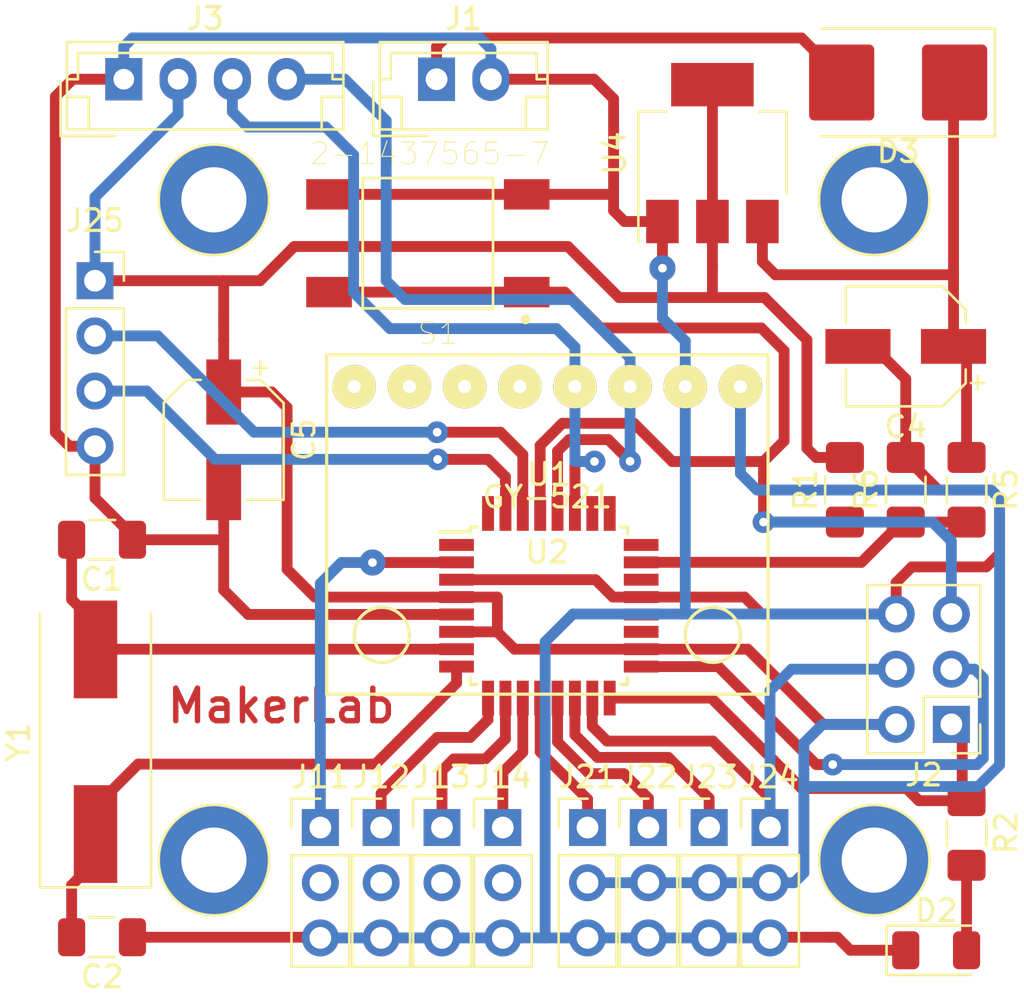
<source format=kicad_pcb>
(kicad_pcb (version 20171130) (host pcbnew "(5.0.0-3-g5ebb6b6)")

  (general
    (thickness 1.6)
    (drawings 5)
    (tracks 287)
    (zones 0)
    (modules 31)
    (nets 40)
  )

  (page User 132.004 119.99)
  (layers
    (0 F.Cu signal)
    (31 B.Cu signal)
    (32 B.Adhes user hide)
    (33 F.Adhes user hide)
    (34 B.Paste user hide)
    (35 F.Paste user hide)
    (36 B.SilkS user hide)
    (37 F.SilkS user)
    (38 B.Mask user hide)
    (39 F.Mask user hide)
    (40 Dwgs.User user hide)
    (41 Cmts.User user hide)
    (42 Eco1.User user hide)
    (43 Eco2.User user)
    (44 Edge.Cuts user)
    (45 Margin user hide)
    (46 B.CrtYd user hide)
    (47 F.CrtYd user hide)
    (48 B.Fab user hide)
    (49 F.Fab user hide)
  )

  (setup
    (last_trace_width 0.5)
    (trace_clearance 0.25)
    (zone_clearance 0.508)
    (zone_45_only no)
    (trace_min 0.2)
    (segment_width 0.2)
    (edge_width 0.15)
    (via_size 1.2)
    (via_drill 0.4)
    (via_min_size 0.4)
    (via_min_drill 0.3)
    (uvia_size 0.3)
    (uvia_drill 0.1)
    (uvias_allowed no)
    (uvia_min_size 0.2)
    (uvia_min_drill 0.1)
    (pcb_text_width 0.3)
    (pcb_text_size 1.5 1.5)
    (mod_edge_width 0.15)
    (mod_text_size 1 1)
    (mod_text_width 0.15)
    (pad_size 3 3.5)
    (pad_drill 0)
    (pad_to_mask_clearance 0.2)
    (aux_axis_origin 0 0)
    (visible_elements FFFFEF7F)
    (pcbplotparams
      (layerselection 0x010fc_ffffffff)
      (usegerberextensions false)
      (usegerberattributes false)
      (usegerberadvancedattributes false)
      (creategerberjobfile false)
      (excludeedgelayer true)
      (linewidth 0.100000)
      (plotframeref false)
      (viasonmask false)
      (mode 1)
      (useauxorigin false)
      (hpglpennumber 1)
      (hpglpenspeed 20)
      (hpglpendiameter 15.000000)
      (psnegative false)
      (psa4output false)
      (plotreference true)
      (plotvalue true)
      (plotinvisibletext false)
      (padsonsilk false)
      (subtractmaskfromsilk false)
      (outputformat 1)
      (mirror false)
      (drillshape 1)
      (scaleselection 1)
      (outputdirectory ""))
  )

  (net 0 "")
  (net 1 GND)
  (net 2 "Net-(U1-Pad24)")
  (net 3 "Net-(U1-Pad25)")
  (net 4 "Net-(U1-Pad26)")
  (net 5 "Net-(U2-Pad5)")
  (net 6 "Net-(U2-Pad6)")
  (net 7 "Net-(U2-Pad7)")
  (net 8 "Net-(U2-Pad8)")
  (net 9 VBUS)
  (net 10 SDA)
  (net 11 SCL)
  (net 12 OSC1)
  (net 13 OSC2)
  (net 14 RST)
  (net 15 "Net-(C4-Pad1)")
  (net 16 "Net-(D2-Pad2)")
  (net 17 MISO)
  (net 18 SCK)
  (net 19 MOSI)
  (net 20 D4)
  (net 21 "Net-(J11-Pad2)")
  (net 22 "Net-(J12-Pad2)")
  (net 23 D5)
  (net 24 D6)
  (net 25 "Net-(J13-Pad2)")
  (net 26 "Net-(J14-Pad2)")
  (net 27 D7)
  (net 28 D8)
  (net 29 D9)
  (net 30 D10)
  (net 31 A0)
  (net 32 "Net-(U1-Pad1)")
  (net 33 "Net-(U1-Pad19)")
  (net 34 "Net-(U1-Pad20)")
  (net 35 "Net-(U1-Pad22)")
  (net 36 "Net-(U1-Pad32)")
  (net 37 "Net-(D3-Pad2)")
  (net 38 TX)
  (net 39 RX)

  (net_class Default "This is the default net class."
    (clearance 0.25)
    (trace_width 0.5)
    (via_dia 1.2)
    (via_drill 0.4)
    (uvia_dia 0.3)
    (uvia_drill 0.1)
    (add_net A0)
    (add_net D10)
    (add_net D4)
    (add_net D5)
    (add_net D6)
    (add_net D7)
    (add_net D8)
    (add_net D9)
    (add_net GND)
    (add_net MISO)
    (add_net MOSI)
    (add_net "Net-(C4-Pad1)")
    (add_net "Net-(D2-Pad2)")
    (add_net "Net-(D3-Pad2)")
    (add_net "Net-(J11-Pad2)")
    (add_net "Net-(J12-Pad2)")
    (add_net "Net-(J13-Pad2)")
    (add_net "Net-(J14-Pad2)")
    (add_net "Net-(U1-Pad1)")
    (add_net "Net-(U1-Pad19)")
    (add_net "Net-(U1-Pad20)")
    (add_net "Net-(U1-Pad22)")
    (add_net "Net-(U1-Pad24)")
    (add_net "Net-(U1-Pad25)")
    (add_net "Net-(U1-Pad26)")
    (add_net "Net-(U1-Pad32)")
    (add_net "Net-(U2-Pad5)")
    (add_net "Net-(U2-Pad6)")
    (add_net "Net-(U2-Pad7)")
    (add_net "Net-(U2-Pad8)")
    (add_net OSC1)
    (add_net OSC2)
    (add_net RST)
    (add_net RX)
    (add_net SCK)
    (add_net SCL)
    (add_net SDA)
    (add_net TX)
    (add_net VBUS)
  )

  (module Connector:Banana_Jack_1PinX locked (layer F.Cu) (tedit 5BA7B877) (tstamp 5BE793C9)
    (at 45.25 56.55)
    (descr "Single banana socket, footprint - 6mm drill")
    (tags "banana socket")
    (fp_text reference REF** (at -5.09524 0.18288) (layer F.SilkS) hide
      (effects (font (size 1 1) (thickness 0.15)))
    )
    (fp_text value Banana_Jack_1PinX (at 0.52832 5.02412) (layer F.Fab) hide
      (effects (font (size 1 1) (thickness 0.15)))
    )
    (fp_circle (center 0 0) (end 2.54 0) (layer F.SilkS) (width 0.12))
    (fp_circle (center 0 0) (end 2.54 0) (layer F.Fab) (width 0.1))
    (fp_circle (center 0 0) (end 2 0) (layer F.Fab) (width 0.1))
    (fp_circle (center 0 0) (end 2.54 0) (layer F.CrtYd) (width 0.05))
    (fp_text user %R (at 0 0) (layer F.Fab)
      (effects (font (size 0.8 0.8) (thickness 0.12)))
    )
    (pad 4 thru_hole circle (at 0 0) (size 5 5) (drill 3) (layers *.Cu *.Mask))
    (model ${KISYS3DMOD}/Connector.3dshapes/Banana_Jack_1Pin.wrl
      (at (xyz 0 0 0))
      (scale (xyz 2 2 2))
      (rotate (xyz 0 0 0))
    )
  )

  (module Connector:Banana_Jack_1PinX locked (layer F.Cu) (tedit 5BDB23B0) (tstamp 5BE79393)
    (at 75.65 56.55)
    (descr "Single banana socket, footprint - 6mm drill")
    (tags "banana socket")
    (fp_text reference REF** (at -5.09524 0.18288) (layer F.SilkS) hide
      (effects (font (size 1 1) (thickness 0.15)))
    )
    (fp_text value Banana_Jack_1PinX (at 0.52832 5.02412) (layer F.Fab) hide
      (effects (font (size 1 1) (thickness 0.15)))
    )
    (fp_text user %R (at 0 0) (layer F.Fab)
      (effects (font (size 0.8 0.8) (thickness 0.12)))
    )
    (fp_circle (center 0 0) (end 2.54 0) (layer F.CrtYd) (width 0.05))
    (fp_circle (center 0 0) (end 2 0) (layer F.Fab) (width 0.1))
    (fp_circle (center 0 0) (end 2.54 0) (layer F.Fab) (width 0.1))
    (fp_circle (center 0 0) (end 2.54 0) (layer F.SilkS) (width 0.12))
    (pad 4 thru_hole circle (at 0 0) (size 5 5) (drill 3) (layers *.Cu *.Mask))
    (model ${KISYS3DMOD}/Connector.3dshapes/Banana_Jack_1Pin.wrl
      (at (xyz 0 0 0))
      (scale (xyz 2 2 2))
      (rotate (xyz 0 0 0))
    )
  )

  (module Connector:Banana_Jack_1PinX locked (layer F.Cu) (tedit 5BA7B877) (tstamp 5BDEE08A)
    (at 45.25 26.15)
    (descr "Single banana socket, footprint - 6mm drill")
    (tags "banana socket")
    (fp_text reference REF** (at -5.09524 0.18288) (layer F.SilkS) hide
      (effects (font (size 1 1) (thickness 0.15)))
    )
    (fp_text value Banana_Jack_1PinX (at 0.52832 5.02412) (layer F.Fab) hide
      (effects (font (size 1 1) (thickness 0.15)))
    )
    (fp_circle (center 0 0) (end 2.54 0) (layer F.SilkS) (width 0.12))
    (fp_circle (center 0 0) (end 2.54 0) (layer F.Fab) (width 0.1))
    (fp_circle (center 0 0) (end 2 0) (layer F.Fab) (width 0.1))
    (fp_circle (center 0 0) (end 2.54 0) (layer F.CrtYd) (width 0.05))
    (fp_text user %R (at 0 0) (layer F.Fab)
      (effects (font (size 0.8 0.8) (thickness 0.12)))
    )
    (pad 4 thru_hole circle (at 0 0) (size 5 5) (drill 3) (layers *.Cu *.Mask))
    (model ${KISYS3DMOD}/Connector.3dshapes/Banana_Jack_1Pin.wrl
      (at (xyz 0 0 0))
      (scale (xyz 2 2 2))
      (rotate (xyz 0 0 0))
    )
  )

  (module Connector_PinHeader_2.54mm:PinHeader_2x03_P2.54mm_Vertical (layer F.Cu) (tedit 59FED5CC) (tstamp 5BDB57C9)
    (at 79.2 50.3 180)
    (descr "Through hole straight pin header, 2x03, 2.54mm pitch, double rows")
    (tags "Through hole pin header THT 2x03 2.54mm double row")
    (path /5B780D73)
    (fp_text reference J2 (at 1.27 -2.33 180) (layer F.SilkS)
      (effects (font (size 1 1) (thickness 0.15)))
    )
    (fp_text value AVR-ISP-6 (at 1.27 7.41 180) (layer F.Fab)
      (effects (font (size 1 1) (thickness 0.15)))
    )
    (fp_line (start 0 -1.27) (end 3.81 -1.27) (layer F.Fab) (width 0.1))
    (fp_line (start 3.81 -1.27) (end 3.81 6.35) (layer F.Fab) (width 0.1))
    (fp_line (start 3.81 6.35) (end -1.27 6.35) (layer F.Fab) (width 0.1))
    (fp_line (start -1.27 6.35) (end -1.27 0) (layer F.Fab) (width 0.1))
    (fp_line (start -1.27 0) (end 0 -1.27) (layer F.Fab) (width 0.1))
    (fp_line (start -1.33 6.41) (end 3.87 6.41) (layer F.SilkS) (width 0.12))
    (fp_line (start -1.33 1.27) (end -1.33 6.41) (layer F.SilkS) (width 0.12))
    (fp_line (start 3.87 -1.33) (end 3.87 6.41) (layer F.SilkS) (width 0.12))
    (fp_line (start -1.33 1.27) (end 1.27 1.27) (layer F.SilkS) (width 0.12))
    (fp_line (start 1.27 1.27) (end 1.27 -1.33) (layer F.SilkS) (width 0.12))
    (fp_line (start 1.27 -1.33) (end 3.87 -1.33) (layer F.SilkS) (width 0.12))
    (fp_line (start -1.33 0) (end -1.33 -1.33) (layer F.SilkS) (width 0.12))
    (fp_line (start -1.33 -1.33) (end 0 -1.33) (layer F.SilkS) (width 0.12))
    (fp_line (start -1.8 -1.8) (end -1.8 6.85) (layer F.CrtYd) (width 0.05))
    (fp_line (start -1.8 6.85) (end 4.35 6.85) (layer F.CrtYd) (width 0.05))
    (fp_line (start 4.35 6.85) (end 4.35 -1.8) (layer F.CrtYd) (width 0.05))
    (fp_line (start 4.35 -1.8) (end -1.8 -1.8) (layer F.CrtYd) (width 0.05))
    (fp_text user %R (at 1.27 2.54 270) (layer F.Fab)
      (effects (font (size 1 1) (thickness 0.15)))
    )
    (pad 1 thru_hole rect (at 0 0 180) (size 1.7 1.7) (drill 1) (layers *.Cu *.Mask)
      (net 17 MISO))
    (pad 2 thru_hole oval (at 2.54 0 180) (size 1.7 1.7) (drill 1) (layers *.Cu *.Mask)
      (net 9 VBUS))
    (pad 3 thru_hole oval (at 0 2.54 180) (size 1.7 1.7) (drill 1) (layers *.Cu *.Mask)
      (net 18 SCK))
    (pad 4 thru_hole oval (at 2.54 2.54 180) (size 1.7 1.7) (drill 1) (layers *.Cu *.Mask)
      (net 19 MOSI))
    (pad 5 thru_hole oval (at 0 5.08 180) (size 1.7 1.7) (drill 1) (layers *.Cu *.Mask)
      (net 14 RST))
    (pad 6 thru_hole oval (at 2.54 5.08 180) (size 1.7 1.7) (drill 1) (layers *.Cu *.Mask)
      (net 1 GND))
    (model ${KISYS3DMOD}/Connector_PinHeader_2.54mm.3dshapes/PinHeader_2x03_P2.54mm_Vertical.wrl
      (at (xyz 0 0 0))
      (scale (xyz 1 1 1))
      (rotate (xyz 0 0 0))
    )
  )

  (module Connector_JST:JST_EH_B04B-EH-A_1x04_P2.50mm_Vertical (layer F.Cu) (tedit 5A0EB040) (tstamp 5BDB576C)
    (at 41.1 20.6)
    (descr "JST EH series connector, B04B-EH-A (http://www.jst-mfg.com/product/pdf/eng/eEH.pdf), generated with kicad-footprint-generator")
    (tags "connector JST EH side entry")
    (path /5BA7B4B5)
    (fp_text reference J3 (at 3.75 -2.8) (layer F.SilkS)
      (effects (font (size 1 1) (thickness 0.15)))
    )
    (fp_text value Conn_01x04_Male (at 3.75 3.4) (layer F.Fab)
      (effects (font (size 1 1) (thickness 0.15)))
    )
    (fp_line (start -2.5 -1.6) (end -2.5 2.2) (layer F.Fab) (width 0.1))
    (fp_line (start -2.5 2.2) (end 10 2.2) (layer F.Fab) (width 0.1))
    (fp_line (start 10 2.2) (end 10 -1.6) (layer F.Fab) (width 0.1))
    (fp_line (start 10 -1.6) (end -2.5 -1.6) (layer F.Fab) (width 0.1))
    (fp_line (start -3 -2.1) (end -3 2.7) (layer F.CrtYd) (width 0.05))
    (fp_line (start -3 2.7) (end 10.5 2.7) (layer F.CrtYd) (width 0.05))
    (fp_line (start 10.5 2.7) (end 10.5 -2.1) (layer F.CrtYd) (width 0.05))
    (fp_line (start 10.5 -2.1) (end -3 -2.1) (layer F.CrtYd) (width 0.05))
    (fp_line (start -2.61 -1.71) (end -2.61 2.31) (layer F.SilkS) (width 0.12))
    (fp_line (start -2.61 2.31) (end 10.11 2.31) (layer F.SilkS) (width 0.12))
    (fp_line (start 10.11 2.31) (end 10.11 -1.71) (layer F.SilkS) (width 0.12))
    (fp_line (start 10.11 -1.71) (end -2.61 -1.71) (layer F.SilkS) (width 0.12))
    (fp_line (start -2.61 0) (end -2.11 0) (layer F.SilkS) (width 0.12))
    (fp_line (start -2.11 0) (end -2.11 -1.21) (layer F.SilkS) (width 0.12))
    (fp_line (start -2.11 -1.21) (end 9.61 -1.21) (layer F.SilkS) (width 0.12))
    (fp_line (start 9.61 -1.21) (end 9.61 0) (layer F.SilkS) (width 0.12))
    (fp_line (start 9.61 0) (end 10.11 0) (layer F.SilkS) (width 0.12))
    (fp_line (start -2.61 0.81) (end -1.61 0.81) (layer F.SilkS) (width 0.12))
    (fp_line (start -1.61 0.81) (end -1.61 2.31) (layer F.SilkS) (width 0.12))
    (fp_line (start 10.11 0.81) (end 9.11 0.81) (layer F.SilkS) (width 0.12))
    (fp_line (start 9.11 0.81) (end 9.11 2.31) (layer F.SilkS) (width 0.12))
    (fp_line (start -2.91 0.11) (end -2.91 2.61) (layer F.SilkS) (width 0.12))
    (fp_line (start -2.91 2.61) (end -0.41 2.61) (layer F.SilkS) (width 0.12))
    (fp_line (start -2.91 0.11) (end -2.91 2.61) (layer F.Fab) (width 0.1))
    (fp_line (start -2.91 2.61) (end -0.41 2.61) (layer F.Fab) (width 0.1))
    (fp_text user %R (at 3.75 1.5) (layer F.Fab)
      (effects (font (size 1 1) (thickness 0.15)))
    )
    (pad 1 thru_hole rect (at 0 0) (size 1.7 1.95) (drill 0.95) (layers *.Cu *.Mask)
      (net 1 GND))
    (pad 2 thru_hole oval (at 2.5 0) (size 1.7 1.95) (drill 0.95) (layers *.Cu *.Mask)
      (net 9 VBUS))
    (pad 3 thru_hole oval (at 5 0) (size 1.7 1.95) (drill 0.95) (layers *.Cu *.Mask)
      (net 10 SDA))
    (pad 4 thru_hole oval (at 7.5 0) (size 1.7 1.95) (drill 0.95) (layers *.Cu *.Mask)
      (net 11 SCL))
    (model ${KISYS3DMOD}/Connector_JST.3dshapes/JST_EH_B04B-EH-A_1x04_P2.50mm_Vertical.wrl
      (at (xyz 0 0 0))
      (scale (xyz 1 1 1))
      (rotate (xyz 0 0 0))
    )
  )

  (module Connector_PinHeader_2.54mm:PinHeader_1x03_P2.54mm_Vertical (layer F.Cu) (tedit 59FED5CC) (tstamp 5BDF03B2)
    (at 50.15 55.05)
    (descr "Through hole straight pin header, 1x03, 2.54mm pitch, single row")
    (tags "Through hole pin header THT 1x03 2.54mm single row")
    (path /5BCC2DDE)
    (fp_text reference J11 (at 0 -2.33) (layer F.SilkS)
      (effects (font (size 1 1) (thickness 0.15)))
    )
    (fp_text value Conn_01x03_Male (at 0 7.41) (layer F.Fab)
      (effects (font (size 1 1) (thickness 0.15)))
    )
    (fp_line (start -0.635 -1.27) (end 1.27 -1.27) (layer F.Fab) (width 0.1))
    (fp_line (start 1.27 -1.27) (end 1.27 6.35) (layer F.Fab) (width 0.1))
    (fp_line (start 1.27 6.35) (end -1.27 6.35) (layer F.Fab) (width 0.1))
    (fp_line (start -1.27 6.35) (end -1.27 -0.635) (layer F.Fab) (width 0.1))
    (fp_line (start -1.27 -0.635) (end -0.635 -1.27) (layer F.Fab) (width 0.1))
    (fp_line (start -1.33 6.41) (end 1.33 6.41) (layer F.SilkS) (width 0.12))
    (fp_line (start -1.33 1.27) (end -1.33 6.41) (layer F.SilkS) (width 0.12))
    (fp_line (start 1.33 1.27) (end 1.33 6.41) (layer F.SilkS) (width 0.12))
    (fp_line (start -1.33 1.27) (end 1.33 1.27) (layer F.SilkS) (width 0.12))
    (fp_line (start -1.33 0) (end -1.33 -1.33) (layer F.SilkS) (width 0.12))
    (fp_line (start -1.33 -1.33) (end 0 -1.33) (layer F.SilkS) (width 0.12))
    (fp_line (start -1.8 -1.8) (end -1.8 6.85) (layer F.CrtYd) (width 0.05))
    (fp_line (start -1.8 6.85) (end 1.8 6.85) (layer F.CrtYd) (width 0.05))
    (fp_line (start 1.8 6.85) (end 1.8 -1.8) (layer F.CrtYd) (width 0.05))
    (fp_line (start 1.8 -1.8) (end -1.8 -1.8) (layer F.CrtYd) (width 0.05))
    (fp_text user %R (at 0 2.54 90) (layer F.Fab)
      (effects (font (size 1 1) (thickness 0.15)))
    )
    (pad 1 thru_hole rect (at 0 0) (size 1.7 1.7) (drill 1) (layers *.Cu *.Mask)
      (net 20 D4))
    (pad 2 thru_hole oval (at 0 2.54) (size 1.7 1.7) (drill 1) (layers *.Cu *.Mask)
      (net 21 "Net-(J11-Pad2)"))
    (pad 3 thru_hole oval (at 0 5.08) (size 1.7 1.7) (drill 1) (layers *.Cu *.Mask)
      (net 1 GND))
    (model ${KISYS3DMOD}/Connector_PinHeader_2.54mm.3dshapes/PinHeader_1x03_P2.54mm_Vertical.wrl
      (at (xyz 0 0 0))
      (scale (xyz 1 1 1))
      (rotate (xyz 0 0 0))
    )
  )

  (module Connector_PinHeader_2.54mm:PinHeader_1x03_P2.54mm_Vertical (layer F.Cu) (tedit 59FED5CC) (tstamp 5BDF01E4)
    (at 52.95 55.05)
    (descr "Through hole straight pin header, 1x03, 2.54mm pitch, single row")
    (tags "Through hole pin header THT 1x03 2.54mm single row")
    (path /5BCC2DE4)
    (fp_text reference J12 (at 0 -2.33) (layer F.SilkS)
      (effects (font (size 1 1) (thickness 0.15)))
    )
    (fp_text value Conn_01x03_Male (at 0 7.41) (layer F.Fab)
      (effects (font (size 1 1) (thickness 0.15)))
    )
    (fp_text user %R (at 0 2.54 90) (layer F.Fab)
      (effects (font (size 1 1) (thickness 0.15)))
    )
    (fp_line (start 1.8 -1.8) (end -1.8 -1.8) (layer F.CrtYd) (width 0.05))
    (fp_line (start 1.8 6.85) (end 1.8 -1.8) (layer F.CrtYd) (width 0.05))
    (fp_line (start -1.8 6.85) (end 1.8 6.85) (layer F.CrtYd) (width 0.05))
    (fp_line (start -1.8 -1.8) (end -1.8 6.85) (layer F.CrtYd) (width 0.05))
    (fp_line (start -1.33 -1.33) (end 0 -1.33) (layer F.SilkS) (width 0.12))
    (fp_line (start -1.33 0) (end -1.33 -1.33) (layer F.SilkS) (width 0.12))
    (fp_line (start -1.33 1.27) (end 1.33 1.27) (layer F.SilkS) (width 0.12))
    (fp_line (start 1.33 1.27) (end 1.33 6.41) (layer F.SilkS) (width 0.12))
    (fp_line (start -1.33 1.27) (end -1.33 6.41) (layer F.SilkS) (width 0.12))
    (fp_line (start -1.33 6.41) (end 1.33 6.41) (layer F.SilkS) (width 0.12))
    (fp_line (start -1.27 -0.635) (end -0.635 -1.27) (layer F.Fab) (width 0.1))
    (fp_line (start -1.27 6.35) (end -1.27 -0.635) (layer F.Fab) (width 0.1))
    (fp_line (start 1.27 6.35) (end -1.27 6.35) (layer F.Fab) (width 0.1))
    (fp_line (start 1.27 -1.27) (end 1.27 6.35) (layer F.Fab) (width 0.1))
    (fp_line (start -0.635 -1.27) (end 1.27 -1.27) (layer F.Fab) (width 0.1))
    (pad 3 thru_hole oval (at 0 5.08) (size 1.7 1.7) (drill 1) (layers *.Cu *.Mask)
      (net 1 GND))
    (pad 2 thru_hole oval (at 0 2.54) (size 1.7 1.7) (drill 1) (layers *.Cu *.Mask)
      (net 22 "Net-(J12-Pad2)"))
    (pad 1 thru_hole rect (at 0 0) (size 1.7 1.7) (drill 1) (layers *.Cu *.Mask)
      (net 23 D5))
    (model ${KISYS3DMOD}/Connector_PinHeader_2.54mm.3dshapes/PinHeader_1x03_P2.54mm_Vertical.wrl
      (at (xyz 0 0 0))
      (scale (xyz 1 1 1))
      (rotate (xyz 0 0 0))
    )
  )

  (module Connector_PinHeader_2.54mm:PinHeader_1x03_P2.54mm_Vertical (layer F.Cu) (tedit 59FED5CC) (tstamp 5BDF0226)
    (at 55.75 55.05)
    (descr "Through hole straight pin header, 1x03, 2.54mm pitch, single row")
    (tags "Through hole pin header THT 1x03 2.54mm single row")
    (path /5BCC2DEA)
    (fp_text reference J13 (at 0 -2.33) (layer F.SilkS)
      (effects (font (size 1 1) (thickness 0.15)))
    )
    (fp_text value Conn_01x03_Male (at 0 7.41) (layer F.Fab)
      (effects (font (size 1 1) (thickness 0.15)))
    )
    (fp_line (start -0.635 -1.27) (end 1.27 -1.27) (layer F.Fab) (width 0.1))
    (fp_line (start 1.27 -1.27) (end 1.27 6.35) (layer F.Fab) (width 0.1))
    (fp_line (start 1.27 6.35) (end -1.27 6.35) (layer F.Fab) (width 0.1))
    (fp_line (start -1.27 6.35) (end -1.27 -0.635) (layer F.Fab) (width 0.1))
    (fp_line (start -1.27 -0.635) (end -0.635 -1.27) (layer F.Fab) (width 0.1))
    (fp_line (start -1.33 6.41) (end 1.33 6.41) (layer F.SilkS) (width 0.12))
    (fp_line (start -1.33 1.27) (end -1.33 6.41) (layer F.SilkS) (width 0.12))
    (fp_line (start 1.33 1.27) (end 1.33 6.41) (layer F.SilkS) (width 0.12))
    (fp_line (start -1.33 1.27) (end 1.33 1.27) (layer F.SilkS) (width 0.12))
    (fp_line (start -1.33 0) (end -1.33 -1.33) (layer F.SilkS) (width 0.12))
    (fp_line (start -1.33 -1.33) (end 0 -1.33) (layer F.SilkS) (width 0.12))
    (fp_line (start -1.8 -1.8) (end -1.8 6.85) (layer F.CrtYd) (width 0.05))
    (fp_line (start -1.8 6.85) (end 1.8 6.85) (layer F.CrtYd) (width 0.05))
    (fp_line (start 1.8 6.85) (end 1.8 -1.8) (layer F.CrtYd) (width 0.05))
    (fp_line (start 1.8 -1.8) (end -1.8 -1.8) (layer F.CrtYd) (width 0.05))
    (fp_text user %R (at 0 2.54 90) (layer F.Fab)
      (effects (font (size 1 1) (thickness 0.15)))
    )
    (pad 1 thru_hole rect (at 0 0) (size 1.7 1.7) (drill 1) (layers *.Cu *.Mask)
      (net 24 D6))
    (pad 2 thru_hole oval (at 0 2.54) (size 1.7 1.7) (drill 1) (layers *.Cu *.Mask)
      (net 25 "Net-(J13-Pad2)"))
    (pad 3 thru_hole oval (at 0 5.08) (size 1.7 1.7) (drill 1) (layers *.Cu *.Mask)
      (net 1 GND))
    (model ${KISYS3DMOD}/Connector_PinHeader_2.54mm.3dshapes/PinHeader_1x03_P2.54mm_Vertical.wrl
      (at (xyz 0 0 0))
      (scale (xyz 1 1 1))
      (rotate (xyz 0 0 0))
    )
  )

  (module Connector_PinHeader_2.54mm:PinHeader_1x03_P2.54mm_Vertical (layer F.Cu) (tedit 59FED5CC) (tstamp 5BDF0268)
    (at 58.55 55.05)
    (descr "Through hole straight pin header, 1x03, 2.54mm pitch, single row")
    (tags "Through hole pin header THT 1x03 2.54mm single row")
    (path /5BCC2DF0)
    (fp_text reference J14 (at 0 -2.33) (layer F.SilkS)
      (effects (font (size 1 1) (thickness 0.15)))
    )
    (fp_text value Conn_01x03_Male (at 0 7.41) (layer F.Fab)
      (effects (font (size 1 1) (thickness 0.15)))
    )
    (fp_text user %R (at 0 2.54 90) (layer F.Fab)
      (effects (font (size 1 1) (thickness 0.15)))
    )
    (fp_line (start 1.8 -1.8) (end -1.8 -1.8) (layer F.CrtYd) (width 0.05))
    (fp_line (start 1.8 6.85) (end 1.8 -1.8) (layer F.CrtYd) (width 0.05))
    (fp_line (start -1.8 6.85) (end 1.8 6.85) (layer F.CrtYd) (width 0.05))
    (fp_line (start -1.8 -1.8) (end -1.8 6.85) (layer F.CrtYd) (width 0.05))
    (fp_line (start -1.33 -1.33) (end 0 -1.33) (layer F.SilkS) (width 0.12))
    (fp_line (start -1.33 0) (end -1.33 -1.33) (layer F.SilkS) (width 0.12))
    (fp_line (start -1.33 1.27) (end 1.33 1.27) (layer F.SilkS) (width 0.12))
    (fp_line (start 1.33 1.27) (end 1.33 6.41) (layer F.SilkS) (width 0.12))
    (fp_line (start -1.33 1.27) (end -1.33 6.41) (layer F.SilkS) (width 0.12))
    (fp_line (start -1.33 6.41) (end 1.33 6.41) (layer F.SilkS) (width 0.12))
    (fp_line (start -1.27 -0.635) (end -0.635 -1.27) (layer F.Fab) (width 0.1))
    (fp_line (start -1.27 6.35) (end -1.27 -0.635) (layer F.Fab) (width 0.1))
    (fp_line (start 1.27 6.35) (end -1.27 6.35) (layer F.Fab) (width 0.1))
    (fp_line (start 1.27 -1.27) (end 1.27 6.35) (layer F.Fab) (width 0.1))
    (fp_line (start -0.635 -1.27) (end 1.27 -1.27) (layer F.Fab) (width 0.1))
    (pad 3 thru_hole oval (at 0 5.08) (size 1.7 1.7) (drill 1) (layers *.Cu *.Mask)
      (net 1 GND))
    (pad 2 thru_hole oval (at 0 2.54) (size 1.7 1.7) (drill 1) (layers *.Cu *.Mask)
      (net 26 "Net-(J14-Pad2)"))
    (pad 1 thru_hole rect (at 0 0) (size 1.7 1.7) (drill 1) (layers *.Cu *.Mask)
      (net 27 D7))
    (model ${KISYS3DMOD}/Connector_PinHeader_2.54mm.3dshapes/PinHeader_1x03_P2.54mm_Vertical.wrl
      (at (xyz 0 0 0))
      (scale (xyz 1 1 1))
      (rotate (xyz 0 0 0))
    )
  )

  (module Connector_PinHeader_2.54mm:PinHeader_1x03_P2.54mm_Vertical (layer F.Cu) (tedit 59FED5CC) (tstamp 5BDF0370)
    (at 62.45 55.05)
    (descr "Through hole straight pin header, 1x03, 2.54mm pitch, single row")
    (tags "Through hole pin header THT 1x03 2.54mm single row")
    (path /5BC7DE90)
    (fp_text reference J21 (at 0 -2.33) (layer F.SilkS)
      (effects (font (size 1 1) (thickness 0.15)))
    )
    (fp_text value Conn_01x03_Male (at 0 7.41) (layer F.Fab)
      (effects (font (size 1 1) (thickness 0.15)))
    )
    (fp_line (start -0.635 -1.27) (end 1.27 -1.27) (layer F.Fab) (width 0.1))
    (fp_line (start 1.27 -1.27) (end 1.27 6.35) (layer F.Fab) (width 0.1))
    (fp_line (start 1.27 6.35) (end -1.27 6.35) (layer F.Fab) (width 0.1))
    (fp_line (start -1.27 6.35) (end -1.27 -0.635) (layer F.Fab) (width 0.1))
    (fp_line (start -1.27 -0.635) (end -0.635 -1.27) (layer F.Fab) (width 0.1))
    (fp_line (start -1.33 6.41) (end 1.33 6.41) (layer F.SilkS) (width 0.12))
    (fp_line (start -1.33 1.27) (end -1.33 6.41) (layer F.SilkS) (width 0.12))
    (fp_line (start 1.33 1.27) (end 1.33 6.41) (layer F.SilkS) (width 0.12))
    (fp_line (start -1.33 1.27) (end 1.33 1.27) (layer F.SilkS) (width 0.12))
    (fp_line (start -1.33 0) (end -1.33 -1.33) (layer F.SilkS) (width 0.12))
    (fp_line (start -1.33 -1.33) (end 0 -1.33) (layer F.SilkS) (width 0.12))
    (fp_line (start -1.8 -1.8) (end -1.8 6.85) (layer F.CrtYd) (width 0.05))
    (fp_line (start -1.8 6.85) (end 1.8 6.85) (layer F.CrtYd) (width 0.05))
    (fp_line (start 1.8 6.85) (end 1.8 -1.8) (layer F.CrtYd) (width 0.05))
    (fp_line (start 1.8 -1.8) (end -1.8 -1.8) (layer F.CrtYd) (width 0.05))
    (fp_text user %R (at 0 2.54 90) (layer F.Fab)
      (effects (font (size 1 1) (thickness 0.15)))
    )
    (pad 1 thru_hole rect (at 0 0) (size 1.7 1.7) (drill 1) (layers *.Cu *.Mask)
      (net 28 D8))
    (pad 2 thru_hole oval (at 0 2.54) (size 1.7 1.7) (drill 1) (layers *.Cu *.Mask)
      (net 9 VBUS))
    (pad 3 thru_hole oval (at 0 5.08) (size 1.7 1.7) (drill 1) (layers *.Cu *.Mask)
      (net 1 GND))
    (model ${KISYS3DMOD}/Connector_PinHeader_2.54mm.3dshapes/PinHeader_1x03_P2.54mm_Vertical.wrl
      (at (xyz 0 0 0))
      (scale (xyz 1 1 1))
      (rotate (xyz 0 0 0))
    )
  )

  (module Connector_PinHeader_2.54mm:PinHeader_1x03_P2.54mm_Vertical (layer F.Cu) (tedit 59FED5CC) (tstamp 5BDF032E)
    (at 65.25 55.05)
    (descr "Through hole straight pin header, 1x03, 2.54mm pitch, single row")
    (tags "Through hole pin header THT 1x03 2.54mm single row")
    (path /5BC7E30E)
    (fp_text reference J22 (at 0 -2.33) (layer F.SilkS)
      (effects (font (size 1 1) (thickness 0.15)))
    )
    (fp_text value Conn_01x03_Male (at 0 7.41) (layer F.Fab)
      (effects (font (size 1 1) (thickness 0.15)))
    )
    (fp_text user %R (at 0 2.54 90) (layer F.Fab)
      (effects (font (size 1 1) (thickness 0.15)))
    )
    (fp_line (start 1.8 -1.8) (end -1.8 -1.8) (layer F.CrtYd) (width 0.05))
    (fp_line (start 1.8 6.85) (end 1.8 -1.8) (layer F.CrtYd) (width 0.05))
    (fp_line (start -1.8 6.85) (end 1.8 6.85) (layer F.CrtYd) (width 0.05))
    (fp_line (start -1.8 -1.8) (end -1.8 6.85) (layer F.CrtYd) (width 0.05))
    (fp_line (start -1.33 -1.33) (end 0 -1.33) (layer F.SilkS) (width 0.12))
    (fp_line (start -1.33 0) (end -1.33 -1.33) (layer F.SilkS) (width 0.12))
    (fp_line (start -1.33 1.27) (end 1.33 1.27) (layer F.SilkS) (width 0.12))
    (fp_line (start 1.33 1.27) (end 1.33 6.41) (layer F.SilkS) (width 0.12))
    (fp_line (start -1.33 1.27) (end -1.33 6.41) (layer F.SilkS) (width 0.12))
    (fp_line (start -1.33 6.41) (end 1.33 6.41) (layer F.SilkS) (width 0.12))
    (fp_line (start -1.27 -0.635) (end -0.635 -1.27) (layer F.Fab) (width 0.1))
    (fp_line (start -1.27 6.35) (end -1.27 -0.635) (layer F.Fab) (width 0.1))
    (fp_line (start 1.27 6.35) (end -1.27 6.35) (layer F.Fab) (width 0.1))
    (fp_line (start 1.27 -1.27) (end 1.27 6.35) (layer F.Fab) (width 0.1))
    (fp_line (start -0.635 -1.27) (end 1.27 -1.27) (layer F.Fab) (width 0.1))
    (pad 3 thru_hole oval (at 0 5.08) (size 1.7 1.7) (drill 1) (layers *.Cu *.Mask)
      (net 1 GND))
    (pad 2 thru_hole oval (at 0 2.54) (size 1.7 1.7) (drill 1) (layers *.Cu *.Mask)
      (net 9 VBUS))
    (pad 1 thru_hole rect (at 0 0) (size 1.7 1.7) (drill 1) (layers *.Cu *.Mask)
      (net 29 D9))
    (model ${KISYS3DMOD}/Connector_PinHeader_2.54mm.3dshapes/PinHeader_1x03_P2.54mm_Vertical.wrl
      (at (xyz 0 0 0))
      (scale (xyz 1 1 1))
      (rotate (xyz 0 0 0))
    )
  )

  (module Connector_PinHeader_2.54mm:PinHeader_1x03_P2.54mm_Vertical (layer F.Cu) (tedit 59FED5CC) (tstamp 5BDF02EC)
    (at 68.05 55.05)
    (descr "Through hole straight pin header, 1x03, 2.54mm pitch, single row")
    (tags "Through hole pin header THT 1x03 2.54mm single row")
    (path /5BC7E37D)
    (fp_text reference J23 (at 0 -2.33) (layer F.SilkS)
      (effects (font (size 1 1) (thickness 0.15)))
    )
    (fp_text value Conn_01x03_Male (at 0 7.41) (layer F.Fab)
      (effects (font (size 1 1) (thickness 0.15)))
    )
    (fp_line (start -0.635 -1.27) (end 1.27 -1.27) (layer F.Fab) (width 0.1))
    (fp_line (start 1.27 -1.27) (end 1.27 6.35) (layer F.Fab) (width 0.1))
    (fp_line (start 1.27 6.35) (end -1.27 6.35) (layer F.Fab) (width 0.1))
    (fp_line (start -1.27 6.35) (end -1.27 -0.635) (layer F.Fab) (width 0.1))
    (fp_line (start -1.27 -0.635) (end -0.635 -1.27) (layer F.Fab) (width 0.1))
    (fp_line (start -1.33 6.41) (end 1.33 6.41) (layer F.SilkS) (width 0.12))
    (fp_line (start -1.33 1.27) (end -1.33 6.41) (layer F.SilkS) (width 0.12))
    (fp_line (start 1.33 1.27) (end 1.33 6.41) (layer F.SilkS) (width 0.12))
    (fp_line (start -1.33 1.27) (end 1.33 1.27) (layer F.SilkS) (width 0.12))
    (fp_line (start -1.33 0) (end -1.33 -1.33) (layer F.SilkS) (width 0.12))
    (fp_line (start -1.33 -1.33) (end 0 -1.33) (layer F.SilkS) (width 0.12))
    (fp_line (start -1.8 -1.8) (end -1.8 6.85) (layer F.CrtYd) (width 0.05))
    (fp_line (start -1.8 6.85) (end 1.8 6.85) (layer F.CrtYd) (width 0.05))
    (fp_line (start 1.8 6.85) (end 1.8 -1.8) (layer F.CrtYd) (width 0.05))
    (fp_line (start 1.8 -1.8) (end -1.8 -1.8) (layer F.CrtYd) (width 0.05))
    (fp_text user %R (at 0 2.54 90) (layer F.Fab)
      (effects (font (size 1 1) (thickness 0.15)))
    )
    (pad 1 thru_hole rect (at 0 0) (size 1.7 1.7) (drill 1) (layers *.Cu *.Mask)
      (net 30 D10))
    (pad 2 thru_hole oval (at 0 2.54) (size 1.7 1.7) (drill 1) (layers *.Cu *.Mask)
      (net 9 VBUS))
    (pad 3 thru_hole oval (at 0 5.08) (size 1.7 1.7) (drill 1) (layers *.Cu *.Mask)
      (net 1 GND))
    (model ${KISYS3DMOD}/Connector_PinHeader_2.54mm.3dshapes/PinHeader_1x03_P2.54mm_Vertical.wrl
      (at (xyz 0 0 0))
      (scale (xyz 1 1 1))
      (rotate (xyz 0 0 0))
    )
  )

  (module Connector_PinHeader_2.54mm:PinHeader_1x03_P2.54mm_Vertical locked (layer F.Cu) (tedit 59FED5CC) (tstamp 5BDF02AA)
    (at 70.85 55.05)
    (descr "Through hole straight pin header, 1x03, 2.54mm pitch, single row")
    (tags "Through hole pin header THT 1x03 2.54mm single row")
    (path /5BC7E678)
    (fp_text reference J24 (at 0 -2.33) (layer F.SilkS)
      (effects (font (size 1 1) (thickness 0.15)))
    )
    (fp_text value Conn_01x03_Male (at 0 7.41) (layer F.Fab)
      (effects (font (size 1 1) (thickness 0.15)))
    )
    (fp_text user %R (at 0 2.54 90) (layer F.Fab)
      (effects (font (size 1 1) (thickness 0.15)))
    )
    (fp_line (start 1.8 -1.8) (end -1.8 -1.8) (layer F.CrtYd) (width 0.05))
    (fp_line (start 1.8 6.85) (end 1.8 -1.8) (layer F.CrtYd) (width 0.05))
    (fp_line (start -1.8 6.85) (end 1.8 6.85) (layer F.CrtYd) (width 0.05))
    (fp_line (start -1.8 -1.8) (end -1.8 6.85) (layer F.CrtYd) (width 0.05))
    (fp_line (start -1.33 -1.33) (end 0 -1.33) (layer F.SilkS) (width 0.12))
    (fp_line (start -1.33 0) (end -1.33 -1.33) (layer F.SilkS) (width 0.12))
    (fp_line (start -1.33 1.27) (end 1.33 1.27) (layer F.SilkS) (width 0.12))
    (fp_line (start 1.33 1.27) (end 1.33 6.41) (layer F.SilkS) (width 0.12))
    (fp_line (start -1.33 1.27) (end -1.33 6.41) (layer F.SilkS) (width 0.12))
    (fp_line (start -1.33 6.41) (end 1.33 6.41) (layer F.SilkS) (width 0.12))
    (fp_line (start -1.27 -0.635) (end -0.635 -1.27) (layer F.Fab) (width 0.1))
    (fp_line (start -1.27 6.35) (end -1.27 -0.635) (layer F.Fab) (width 0.1))
    (fp_line (start 1.27 6.35) (end -1.27 6.35) (layer F.Fab) (width 0.1))
    (fp_line (start 1.27 -1.27) (end 1.27 6.35) (layer F.Fab) (width 0.1))
    (fp_line (start -0.635 -1.27) (end 1.27 -1.27) (layer F.Fab) (width 0.1))
    (pad 3 thru_hole oval (at 0 5.08) (size 1.7 1.7) (drill 1) (layers *.Cu *.Mask)
      (net 1 GND))
    (pad 2 thru_hole oval (at 0 2.54) (size 1.7 1.7) (drill 1) (layers *.Cu *.Mask)
      (net 9 VBUS))
    (pad 1 thru_hole rect (at 0 0) (size 1.7 1.7) (drill 1) (layers *.Cu *.Mask)
      (net 19 MOSI))
    (model ${KISYS3DMOD}/Connector_PinHeader_2.54mm.3dshapes/PinHeader_1x03_P2.54mm_Vertical.wrl
      (at (xyz 0 0 0))
      (scale (xyz 1 1 1))
      (rotate (xyz 0 0 0))
    )
  )

  (module Package_QFP:TQFP-32_7x7mm_P0.8mm (layer F.Cu) (tedit 5A02F146) (tstamp 5BDF233C)
    (at 60.67 44.84)
    (descr "32-Lead Plastic Thin Quad Flatpack (PT) - 7x7x1.0 mm Body, 2.00 mm [TQFP] (see Microchip Packaging Specification 00000049BS.pdf)")
    (tags "QFP 0.8")
    (path /5BC1EC4D)
    (attr smd)
    (fp_text reference U1 (at 0 -6.05) (layer F.SilkS)
      (effects (font (size 1 1) (thickness 0.15)))
    )
    (fp_text value ATmega328-AU (at 0 6.05) (layer F.Fab)
      (effects (font (size 1 1) (thickness 0.15)))
    )
    (fp_text user %R (at 0 0) (layer F.Fab)
      (effects (font (size 1 1) (thickness 0.15)))
    )
    (fp_line (start -2.5 -3.5) (end 3.5 -3.5) (layer F.Fab) (width 0.15))
    (fp_line (start 3.5 -3.5) (end 3.5 3.5) (layer F.Fab) (width 0.15))
    (fp_line (start 3.5 3.5) (end -3.5 3.5) (layer F.Fab) (width 0.15))
    (fp_line (start -3.5 3.5) (end -3.5 -2.5) (layer F.Fab) (width 0.15))
    (fp_line (start -3.5 -2.5) (end -2.5 -3.5) (layer F.Fab) (width 0.15))
    (fp_line (start -5.3 -5.3) (end -5.3 5.3) (layer F.CrtYd) (width 0.05))
    (fp_line (start 5.3 -5.3) (end 5.3 5.3) (layer F.CrtYd) (width 0.05))
    (fp_line (start -5.3 -5.3) (end 5.3 -5.3) (layer F.CrtYd) (width 0.05))
    (fp_line (start -5.3 5.3) (end 5.3 5.3) (layer F.CrtYd) (width 0.05))
    (fp_line (start -3.625 -3.625) (end -3.625 -3.4) (layer F.SilkS) (width 0.15))
    (fp_line (start 3.625 -3.625) (end 3.625 -3.3) (layer F.SilkS) (width 0.15))
    (fp_line (start 3.625 3.625) (end 3.625 3.3) (layer F.SilkS) (width 0.15))
    (fp_line (start -3.625 3.625) (end -3.625 3.3) (layer F.SilkS) (width 0.15))
    (fp_line (start -3.625 -3.625) (end -3.3 -3.625) (layer F.SilkS) (width 0.15))
    (fp_line (start -3.625 3.625) (end -3.3 3.625) (layer F.SilkS) (width 0.15))
    (fp_line (start 3.625 3.625) (end 3.3 3.625) (layer F.SilkS) (width 0.15))
    (fp_line (start 3.625 -3.625) (end 3.3 -3.625) (layer F.SilkS) (width 0.15))
    (fp_line (start -3.625 -3.4) (end -5.05 -3.4) (layer F.SilkS) (width 0.15))
    (pad 1 smd rect (at -4.25 -2.8) (size 1.6 0.55) (layers F.Cu F.Paste F.Mask)
      (net 32 "Net-(U1-Pad1)"))
    (pad 2 smd rect (at -4.25 -2) (size 1.6 0.55) (layers F.Cu F.Paste F.Mask)
      (net 20 D4))
    (pad 3 smd rect (at -4.25 -1.2) (size 1.6 0.55) (layers F.Cu F.Paste F.Mask)
      (net 1 GND))
    (pad 4 smd rect (at -4.25 -0.4) (size 1.6 0.55) (layers F.Cu F.Paste F.Mask)
      (net 9 VBUS))
    (pad 5 smd rect (at -4.25 0.4) (size 1.6 0.55) (layers F.Cu F.Paste F.Mask)
      (net 1 GND))
    (pad 6 smd rect (at -4.25 1.2) (size 1.6 0.55) (layers F.Cu F.Paste F.Mask)
      (net 9 VBUS))
    (pad 7 smd rect (at -4.25 2) (size 1.6 0.55) (layers F.Cu F.Paste F.Mask)
      (net 12 OSC1))
    (pad 8 smd rect (at -4.25 2.8) (size 1.6 0.55) (layers F.Cu F.Paste F.Mask)
      (net 13 OSC2))
    (pad 9 smd rect (at -2.8 4.25 90) (size 1.6 0.55) (layers F.Cu F.Paste F.Mask)
      (net 23 D5))
    (pad 10 smd rect (at -2 4.25 90) (size 1.6 0.55) (layers F.Cu F.Paste F.Mask)
      (net 24 D6))
    (pad 11 smd rect (at -1.2 4.25 90) (size 1.6 0.55) (layers F.Cu F.Paste F.Mask)
      (net 27 D7))
    (pad 12 smd rect (at -0.4 4.25 90) (size 1.6 0.55) (layers F.Cu F.Paste F.Mask)
      (net 28 D8))
    (pad 13 smd rect (at 0.4 4.25 90) (size 1.6 0.55) (layers F.Cu F.Paste F.Mask)
      (net 29 D9))
    (pad 14 smd rect (at 1.2 4.25 90) (size 1.6 0.55) (layers F.Cu F.Paste F.Mask)
      (net 30 D10))
    (pad 15 smd rect (at 2 4.25 90) (size 1.6 0.55) (layers F.Cu F.Paste F.Mask)
      (net 19 MOSI))
    (pad 16 smd rect (at 2.8 4.25 90) (size 1.6 0.55) (layers F.Cu F.Paste F.Mask)
      (net 17 MISO))
    (pad 17 smd rect (at 4.25 2.8) (size 1.6 0.55) (layers F.Cu F.Paste F.Mask)
      (net 18 SCK))
    (pad 18 smd rect (at 4.25 2) (size 1.6 0.55) (layers F.Cu F.Paste F.Mask)
      (net 9 VBUS))
    (pad 19 smd rect (at 4.25 1.2) (size 1.6 0.55) (layers F.Cu F.Paste F.Mask)
      (net 33 "Net-(U1-Pad19)"))
    (pad 20 smd rect (at 4.25 0.4) (size 1.6 0.55) (layers F.Cu F.Paste F.Mask)
      (net 34 "Net-(U1-Pad20)"))
    (pad 21 smd rect (at 4.25 -0.4) (size 1.6 0.55) (layers F.Cu F.Paste F.Mask)
      (net 1 GND))
    (pad 22 smd rect (at 4.25 -1.2) (size 1.6 0.55) (layers F.Cu F.Paste F.Mask)
      (net 35 "Net-(U1-Pad22)"))
    (pad 23 smd rect (at 4.25 -2) (size 1.6 0.55) (layers F.Cu F.Paste F.Mask)
      (net 31 A0))
    (pad 24 smd rect (at 4.25 -2.8) (size 1.6 0.55) (layers F.Cu F.Paste F.Mask)
      (net 2 "Net-(U1-Pad24)"))
    (pad 25 smd rect (at 2.8 -4.25 90) (size 1.6 0.55) (layers F.Cu F.Paste F.Mask)
      (net 3 "Net-(U1-Pad25)"))
    (pad 26 smd rect (at 2 -4.25 90) (size 1.6 0.55) (layers F.Cu F.Paste F.Mask)
      (net 4 "Net-(U1-Pad26)"))
    (pad 27 smd rect (at 1.2 -4.25 90) (size 1.6 0.55) (layers F.Cu F.Paste F.Mask)
      (net 10 SDA))
    (pad 28 smd rect (at 0.4 -4.25 90) (size 1.6 0.55) (layers F.Cu F.Paste F.Mask)
      (net 11 SCL))
    (pad 29 smd rect (at -0.4 -4.25 90) (size 1.6 0.55) (layers F.Cu F.Paste F.Mask)
      (net 14 RST))
    (pad 30 smd rect (at -1.2 -4.25 90) (size 1.6 0.55) (layers F.Cu F.Paste F.Mask)
      (net 39 RX))
    (pad 31 smd rect (at -2 -4.25 90) (size 1.6 0.55) (layers F.Cu F.Paste F.Mask)
      (net 38 TX))
    (pad 32 smd rect (at -2.8 -4.25 90) (size 1.6 0.55) (layers F.Cu F.Paste F.Mask)
      (net 36 "Net-(U1-Pad32)"))
    (model ${KISYS3DMOD}/Package_QFP.3dshapes/TQFP-32_7x7mm_P0.8mm.wrl
      (at (xyz 0 0 0))
      (scale (xyz 1 1 1))
      (rotate (xyz 0 0 0))
    )
  )

  (module GY-521:GY-521 (layer F.Cu) (tedit 555D191F) (tstamp 5BE7C5C7)
    (at 60.6 41.1 180)
    (path /5B772745)
    (fp_text reference U2 (at 0 -1.27 180) (layer F.SilkS)
      (effects (font (size 1 1) (thickness 0.15)))
    )
    (fp_text value GY-521 (at 0 1.27 180) (layer F.SilkS)
      (effects (font (size 1 1) (thickness 0.15)))
    )
    (fp_circle (center -7.62 -5.08) (end -6.35 -5.08) (layer F.SilkS) (width 0.15))
    (fp_circle (center 7.62 -5.08) (end 8.89 -5.08) (layer F.SilkS) (width 0.15))
    (fp_line (start -10.16 -7.8105) (end 10.16 -7.8105) (layer F.SilkS) (width 0.15))
    (fp_line (start 10.16 -7.8105) (end 10.16 7.8105) (layer F.SilkS) (width 0.15))
    (fp_line (start 10.16 7.8105) (end -10.16 7.8105) (layer F.SilkS) (width 0.15))
    (fp_line (start -10.16 7.8105) (end -10.16 -7.8105) (layer F.SilkS) (width 0.15))
    (pad 1 thru_hole circle (at -8.89 6.35 180) (size 2 2) (drill 0.6) (layers *.Cu *.Mask F.SilkS)
      (net 9 VBUS))
    (pad 2 thru_hole circle (at -6.35 6.35 180) (size 2 2) (drill 0.6) (layers *.Cu *.Mask F.SilkS)
      (net 1 GND))
    (pad 3 thru_hole circle (at -3.81 6.35 180) (size 2 2) (drill 0.6) (layers *.Cu *.Mask F.SilkS)
      (net 11 SCL))
    (pad 4 thru_hole circle (at -1.27 6.35 180) (size 2 2) (drill 0.6) (layers *.Cu *.Mask F.SilkS)
      (net 10 SDA))
    (pad 5 thru_hole circle (at 1.27 6.35 180) (size 2 2) (drill 0.6) (layers *.Cu *.Mask F.SilkS)
      (net 5 "Net-(U2-Pad5)"))
    (pad 6 thru_hole circle (at 3.81 6.35 180) (size 2 2) (drill 0.6) (layers *.Cu *.Mask F.SilkS)
      (net 6 "Net-(U2-Pad6)"))
    (pad 7 thru_hole circle (at 6.35 6.35 180) (size 2 2) (drill 0.6) (layers *.Cu *.Mask F.SilkS)
      (net 7 "Net-(U2-Pad7)"))
    (pad 8 thru_hole circle (at 8.89 6.35 180) (size 2 2) (drill 0.6) (layers *.Cu *.Mask F.SilkS)
      (net 8 "Net-(U2-Pad8)"))
  )

  (module Package_TO_SOT_SMD:SOT-223-3_TabPin2 (layer F.Cu) (tedit 5A02FF57) (tstamp 5BDEF0F4)
    (at 68.2 24 90)
    (descr "module CMS SOT223 4 pins")
    (tags "CMS SOT")
    (path /5BC020A1)
    (attr smd)
    (fp_text reference U4 (at 0 -4.5 90) (layer F.SilkS)
      (effects (font (size 1 1) (thickness 0.15)))
    )
    (fp_text value LM1117-5.0 (at 0 4.5 90) (layer F.Fab)
      (effects (font (size 1 1) (thickness 0.15)))
    )
    (fp_text user %R (at 0 0 180) (layer F.Fab)
      (effects (font (size 0.8 0.8) (thickness 0.12)))
    )
    (fp_line (start 1.91 3.41) (end 1.91 2.15) (layer F.SilkS) (width 0.12))
    (fp_line (start 1.91 -3.41) (end 1.91 -2.15) (layer F.SilkS) (width 0.12))
    (fp_line (start 4.4 -3.6) (end -4.4 -3.6) (layer F.CrtYd) (width 0.05))
    (fp_line (start 4.4 3.6) (end 4.4 -3.6) (layer F.CrtYd) (width 0.05))
    (fp_line (start -4.4 3.6) (end 4.4 3.6) (layer F.CrtYd) (width 0.05))
    (fp_line (start -4.4 -3.6) (end -4.4 3.6) (layer F.CrtYd) (width 0.05))
    (fp_line (start -1.85 -2.35) (end -0.85 -3.35) (layer F.Fab) (width 0.1))
    (fp_line (start -1.85 -2.35) (end -1.85 3.35) (layer F.Fab) (width 0.1))
    (fp_line (start -1.85 3.41) (end 1.91 3.41) (layer F.SilkS) (width 0.12))
    (fp_line (start -0.85 -3.35) (end 1.85 -3.35) (layer F.Fab) (width 0.1))
    (fp_line (start -4.1 -3.41) (end 1.91 -3.41) (layer F.SilkS) (width 0.12))
    (fp_line (start -1.85 3.35) (end 1.85 3.35) (layer F.Fab) (width 0.1))
    (fp_line (start 1.85 -3.35) (end 1.85 3.35) (layer F.Fab) (width 0.1))
    (pad 2 smd rect (at 3.15 0 90) (size 2 3.8) (layers F.Cu F.Paste F.Mask)
      (net 9 VBUS))
    (pad 2 smd rect (at -3.15 0 90) (size 2 1.5) (layers F.Cu F.Paste F.Mask)
      (net 9 VBUS))
    (pad 3 smd rect (at -3.15 2.3 90) (size 2 1.5) (layers F.Cu F.Paste F.Mask)
      (net 15 "Net-(C4-Pad1)"))
    (pad 1 smd rect (at -3.15 -2.3 90) (size 2 1.5) (layers F.Cu F.Paste F.Mask)
      (net 1 GND))
    (model ${KISYS3DMOD}/Package_TO_SOT_SMD.3dshapes/SOT-223.wrl
      (at (xyz 0 0 0))
      (scale (xyz 1 1 1))
      (rotate (xyz 0 0 0))
    )
  )

  (module Connector:Banana_Jack_1PinX locked (layer F.Cu) (tedit 5BA7B877) (tstamp 5BE79378)
    (at 75.65 26.15)
    (descr "Single banana socket, footprint - 6mm drill")
    (tags "banana socket")
    (fp_text reference REF** (at -5.09524 0.18288) (layer F.SilkS) hide
      (effects (font (size 1 1) (thickness 0.15)))
    )
    (fp_text value Banana_Jack_1PinX (at 0.52832 5.02412) (layer F.Fab) hide
      (effects (font (size 1 1) (thickness 0.15)))
    )
    (fp_circle (center 0 0) (end 2.54 0) (layer F.SilkS) (width 0.12))
    (fp_circle (center 0 0) (end 2.54 0) (layer F.Fab) (width 0.1))
    (fp_circle (center 0 0) (end 2 0) (layer F.Fab) (width 0.1))
    (fp_circle (center 0 0) (end 2.54 0) (layer F.CrtYd) (width 0.05))
    (fp_text user %R (at 0 0) (layer F.Fab)
      (effects (font (size 0.8 0.8) (thickness 0.12)))
    )
    (pad 4 thru_hole circle (at 0 0) (size 5 5) (drill 3) (layers *.Cu *.Mask))
    (model ${KISYS3DMOD}/Connector.3dshapes/Banana_Jack_1Pin.wrl
      (at (xyz 0 0 0))
      (scale (xyz 2 2 2))
      (rotate (xyz 0 0 0))
    )
  )

  (module Connector_PinSocket_2.54mm:PinSocket_1x04_P2.54mm_Vertical (layer F.Cu) (tedit 5A19A429) (tstamp 5BDEF4D3)
    (at 39.775 29.875)
    (descr "Through hole straight socket strip, 1x04, 2.54mm pitch, single row (from Kicad 4.0.7), script generated")
    (tags "Through hole socket strip THT 1x04 2.54mm single row")
    (path /5BDCB506)
    (fp_text reference J25 (at 0 -2.77) (layer F.SilkS)
      (effects (font (size 1 1) (thickness 0.15)))
    )
    (fp_text value Conn_01x04_Male (at 0 10.39) (layer F.Fab)
      (effects (font (size 1 1) (thickness 0.15)))
    )
    (fp_line (start -1.27 -1.27) (end 0.635 -1.27) (layer F.Fab) (width 0.1))
    (fp_line (start 0.635 -1.27) (end 1.27 -0.635) (layer F.Fab) (width 0.1))
    (fp_line (start 1.27 -0.635) (end 1.27 8.89) (layer F.Fab) (width 0.1))
    (fp_line (start 1.27 8.89) (end -1.27 8.89) (layer F.Fab) (width 0.1))
    (fp_line (start -1.27 8.89) (end -1.27 -1.27) (layer F.Fab) (width 0.1))
    (fp_line (start -1.33 1.27) (end 1.33 1.27) (layer F.SilkS) (width 0.12))
    (fp_line (start -1.33 1.27) (end -1.33 8.95) (layer F.SilkS) (width 0.12))
    (fp_line (start -1.33 8.95) (end 1.33 8.95) (layer F.SilkS) (width 0.12))
    (fp_line (start 1.33 1.27) (end 1.33 8.95) (layer F.SilkS) (width 0.12))
    (fp_line (start 1.33 -1.33) (end 1.33 0) (layer F.SilkS) (width 0.12))
    (fp_line (start 0 -1.33) (end 1.33 -1.33) (layer F.SilkS) (width 0.12))
    (fp_line (start -1.8 -1.8) (end 1.75 -1.8) (layer F.CrtYd) (width 0.05))
    (fp_line (start 1.75 -1.8) (end 1.75 9.4) (layer F.CrtYd) (width 0.05))
    (fp_line (start 1.75 9.4) (end -1.8 9.4) (layer F.CrtYd) (width 0.05))
    (fp_line (start -1.8 9.4) (end -1.8 -1.8) (layer F.CrtYd) (width 0.05))
    (fp_text user %R (at 0 3.81 90) (layer F.Fab)
      (effects (font (size 1 1) (thickness 0.15)))
    )
    (pad 1 thru_hole rect (at 0 0) (size 1.7 1.7) (drill 1) (layers *.Cu *.Mask)
      (net 9 VBUS))
    (pad 2 thru_hole oval (at 0 2.54) (size 1.7 1.7) (drill 1) (layers *.Cu *.Mask)
      (net 39 RX))
    (pad 3 thru_hole oval (at 0 5.08) (size 1.7 1.7) (drill 1) (layers *.Cu *.Mask)
      (net 38 TX))
    (pad 4 thru_hole oval (at 0 7.62) (size 1.7 1.7) (drill 1) (layers *.Cu *.Mask)
      (net 1 GND))
    (model ${KISYS3DMOD}/Connector_PinSocket_2.54mm.3dshapes/PinSocket_1x04_P2.54mm_Vertical.wrl
      (at (xyz 0 0 0))
      (scale (xyz 1 1 1))
      (rotate (xyz 0 0 0))
    )
  )

  (module Capacitor_SMD:C_1206_3216Metric (layer F.Cu) (tedit 5B301BBE) (tstamp 5BDEF1DE)
    (at 40.1 41.8 180)
    (descr "Capacitor SMD 1206 (3216 Metric), square (rectangular) end terminal, IPC_7351 nominal, (Body size source: http://www.tortai-tech.com/upload/download/2011102023233369053.pdf), generated with kicad-footprint-generator")
    (tags capacitor)
    (path /5B76F2F3)
    (attr smd)
    (fp_text reference C1 (at 0 -1.82 180) (layer F.SilkS)
      (effects (font (size 1 1) (thickness 0.15)))
    )
    (fp_text value 22pF (at 0 1.82 180) (layer F.Fab)
      (effects (font (size 1 1) (thickness 0.15)))
    )
    (fp_line (start -1.6 0.8) (end -1.6 -0.8) (layer F.Fab) (width 0.1))
    (fp_line (start -1.6 -0.8) (end 1.6 -0.8) (layer F.Fab) (width 0.1))
    (fp_line (start 1.6 -0.8) (end 1.6 0.8) (layer F.Fab) (width 0.1))
    (fp_line (start 1.6 0.8) (end -1.6 0.8) (layer F.Fab) (width 0.1))
    (fp_line (start -0.602064 -0.91) (end 0.602064 -0.91) (layer F.SilkS) (width 0.12))
    (fp_line (start -0.602064 0.91) (end 0.602064 0.91) (layer F.SilkS) (width 0.12))
    (fp_line (start -2.28 1.12) (end -2.28 -1.12) (layer F.CrtYd) (width 0.05))
    (fp_line (start -2.28 -1.12) (end 2.28 -1.12) (layer F.CrtYd) (width 0.05))
    (fp_line (start 2.28 -1.12) (end 2.28 1.12) (layer F.CrtYd) (width 0.05))
    (fp_line (start 2.28 1.12) (end -2.28 1.12) (layer F.CrtYd) (width 0.05))
    (fp_text user %R (at 0 0 180) (layer F.Fab)
      (effects (font (size 0.8 0.8) (thickness 0.12)))
    )
    (pad 1 smd roundrect (at -1.4 0 180) (size 1.25 1.75) (layers F.Cu F.Paste F.Mask) (roundrect_rratio 0.2)
      (net 1 GND))
    (pad 2 smd roundrect (at 1.4 0 180) (size 1.25 1.75) (layers F.Cu F.Paste F.Mask) (roundrect_rratio 0.2)
      (net 12 OSC1))
    (model ${KISYS3DMOD}/Capacitor_SMD.3dshapes/C_1206_3216Metric.wrl
      (at (xyz 0 0 0))
      (scale (xyz 1 1 1))
      (rotate (xyz 0 0 0))
    )
  )

  (module Capacitor_SMD:C_1206_3216Metric (layer F.Cu) (tedit 5B301BBE) (tstamp 5BDEF1EF)
    (at 40.1 60.1 180)
    (descr "Capacitor SMD 1206 (3216 Metric), square (rectangular) end terminal, IPC_7351 nominal, (Body size source: http://www.tortai-tech.com/upload/download/2011102023233369053.pdf), generated with kicad-footprint-generator")
    (tags capacitor)
    (path /5B76F33F)
    (attr smd)
    (fp_text reference C2 (at 0 -1.82 180) (layer F.SilkS)
      (effects (font (size 1 1) (thickness 0.15)))
    )
    (fp_text value 22pF (at 0 1.82 180) (layer F.Fab)
      (effects (font (size 1 1) (thickness 0.15)))
    )
    (fp_text user %R (at 0 0 180) (layer F.Fab)
      (effects (font (size 0.8 0.8) (thickness 0.12)))
    )
    (fp_line (start 2.28 1.12) (end -2.28 1.12) (layer F.CrtYd) (width 0.05))
    (fp_line (start 2.28 -1.12) (end 2.28 1.12) (layer F.CrtYd) (width 0.05))
    (fp_line (start -2.28 -1.12) (end 2.28 -1.12) (layer F.CrtYd) (width 0.05))
    (fp_line (start -2.28 1.12) (end -2.28 -1.12) (layer F.CrtYd) (width 0.05))
    (fp_line (start -0.602064 0.91) (end 0.602064 0.91) (layer F.SilkS) (width 0.12))
    (fp_line (start -0.602064 -0.91) (end 0.602064 -0.91) (layer F.SilkS) (width 0.12))
    (fp_line (start 1.6 0.8) (end -1.6 0.8) (layer F.Fab) (width 0.1))
    (fp_line (start 1.6 -0.8) (end 1.6 0.8) (layer F.Fab) (width 0.1))
    (fp_line (start -1.6 -0.8) (end 1.6 -0.8) (layer F.Fab) (width 0.1))
    (fp_line (start -1.6 0.8) (end -1.6 -0.8) (layer F.Fab) (width 0.1))
    (pad 2 smd roundrect (at 1.4 0 180) (size 1.25 1.75) (layers F.Cu F.Paste F.Mask) (roundrect_rratio 0.2)
      (net 13 OSC2))
    (pad 1 smd roundrect (at -1.4 0 180) (size 1.25 1.75) (layers F.Cu F.Paste F.Mask) (roundrect_rratio 0.2)
      (net 1 GND))
    (model ${KISYS3DMOD}/Capacitor_SMD.3dshapes/C_1206_3216Metric.wrl
      (at (xyz 0 0 0))
      (scale (xyz 1 1 1))
      (rotate (xyz 0 0 0))
    )
  )

  (module LED_SMD:LED_1206_3216Metric (layer F.Cu) (tedit 5B301BBE) (tstamp 5BDEF252)
    (at 78.5 60.7)
    (descr "LED SMD 1206 (3216 Metric), square (rectangular) end terminal, IPC_7351 nominal, (Body size source: http://www.tortai-tech.com/upload/download/2011102023233369053.pdf), generated with kicad-footprint-generator")
    (tags diode)
    (path /5BD251C4)
    (attr smd)
    (fp_text reference D2 (at 0 -1.82) (layer F.SilkS)
      (effects (font (size 1 1) (thickness 0.15)))
    )
    (fp_text value LED_ALT (at 0 1.82) (layer F.Fab)
      (effects (font (size 1 1) (thickness 0.15)))
    )
    (fp_line (start 1.6 -0.8) (end -1.2 -0.8) (layer F.Fab) (width 0.1))
    (fp_line (start -1.2 -0.8) (end -1.6 -0.4) (layer F.Fab) (width 0.1))
    (fp_line (start -1.6 -0.4) (end -1.6 0.8) (layer F.Fab) (width 0.1))
    (fp_line (start -1.6 0.8) (end 1.6 0.8) (layer F.Fab) (width 0.1))
    (fp_line (start 1.6 0.8) (end 1.6 -0.8) (layer F.Fab) (width 0.1))
    (fp_line (start 1.6 -1.135) (end -2.285 -1.135) (layer F.SilkS) (width 0.12))
    (fp_line (start -2.285 -1.135) (end -2.285 1.135) (layer F.SilkS) (width 0.12))
    (fp_line (start -2.285 1.135) (end 1.6 1.135) (layer F.SilkS) (width 0.12))
    (fp_line (start -2.28 1.12) (end -2.28 -1.12) (layer F.CrtYd) (width 0.05))
    (fp_line (start -2.28 -1.12) (end 2.28 -1.12) (layer F.CrtYd) (width 0.05))
    (fp_line (start 2.28 -1.12) (end 2.28 1.12) (layer F.CrtYd) (width 0.05))
    (fp_line (start 2.28 1.12) (end -2.28 1.12) (layer F.CrtYd) (width 0.05))
    (fp_text user %R (at 0 0) (layer F.Fab)
      (effects (font (size 0.8 0.8) (thickness 0.12)))
    )
    (pad 1 smd roundrect (at -1.4 0) (size 1.25 1.75) (layers F.Cu F.Paste F.Mask) (roundrect_rratio 0.2)
      (net 1 GND))
    (pad 2 smd roundrect (at 1.4 0) (size 1.25 1.75) (layers F.Cu F.Paste F.Mask) (roundrect_rratio 0.2)
      (net 16 "Net-(D2-Pad2)"))
    (model ${KISYS3DMOD}/LED_SMD.3dshapes/LED_1206_3216Metric.wrl
      (at (xyz 0 0 0))
      (scale (xyz 1 1 1))
      (rotate (xyz 0 0 0))
    )
  )

  (module Diode_SMD:D_2816_7142Metric_Pad3.20x4.45mm_HandSolder (layer F.Cu) (tedit 5BDEEFAA) (tstamp 5BDEFD63)
    (at 76.75 20.75 180)
    (descr "Diode SMD 2816 (7142 Metric), square (rectangular) end terminal, IPC_7351 nominal, (Body size from: https://www.vishay.com/docs/30100/wsl.pdf), generated with kicad-footprint-generator")
    (tags "diode handsolder")
    (path /5BE05D97)
    (attr smd)
    (fp_text reference D3 (at 0 -3.18 180) (layer F.SilkS)
      (effects (font (size 1 1) (thickness 0.15)))
    )
    (fp_text value D_Schottky (at 0 3.18 180) (layer F.Fab)
      (effects (font (size 1 1) (thickness 0.15)))
    )
    (fp_line (start 3.55 -2.1) (end -2.55 -2.1) (layer F.Fab) (width 0.1))
    (fp_line (start -2.55 -2.1) (end -3.55 -1.1) (layer F.Fab) (width 0.1))
    (fp_line (start -3.55 -1.1) (end -3.55 2.1) (layer F.Fab) (width 0.1))
    (fp_line (start -3.55 2.1) (end 3.55 2.1) (layer F.Fab) (width 0.1))
    (fp_line (start 3.55 2.1) (end 3.55 -2.1) (layer F.Fab) (width 0.1))
    (fp_line (start 3.55 -2.485) (end -4.46 -2.485) (layer F.SilkS) (width 0.12))
    (fp_line (start -4.46 -2.485) (end -4.46 2.485) (layer F.SilkS) (width 0.12))
    (fp_line (start -4.46 2.485) (end 3.55 2.485) (layer F.SilkS) (width 0.12))
    (fp_line (start -4.45 2.48) (end -4.45 -2.48) (layer F.CrtYd) (width 0.05))
    (fp_line (start -4.45 -2.48) (end 4.45 -2.48) (layer F.CrtYd) (width 0.05))
    (fp_line (start 4.45 -2.48) (end 4.45 2.48) (layer F.CrtYd) (width 0.05))
    (fp_line (start 4.45 2.48) (end -4.45 2.48) (layer F.CrtYd) (width 0.05))
    (fp_text user %R (at 0 0 180) (layer F.Fab)
      (effects (font (size 1 1) (thickness 0.15)))
    )
    (pad 1 smd roundrect (at -2.6 0 180) (size 3 3.5) (layers F.Cu F.Paste F.Mask) (roundrect_rratio 0.078)
      (net 15 "Net-(C4-Pad1)"))
    (pad 2 smd roundrect (at 2.6 0 180) (size 3 3.5) (layers F.Cu F.Paste F.Mask) (roundrect_rratio 0.078)
      (net 37 "Net-(D3-Pad2)"))
    (model ${KISYS3DMOD}/Diode_SMD.3dshapes/D_2816_7142Metric.wrl
      (at (xyz 0 0 0))
      (scale (xyz 1 1 1))
      (rotate (xyz 0 0 0))
    )
  )

  (module Resistor_SMD:R_1206_3216Metric_Pad1.42x1.75mm_HandSolder (layer F.Cu) (tedit 5B301BBD) (tstamp 5BDEF276)
    (at 74.3 39.5 90)
    (descr "Resistor SMD 1206 (3216 Metric), square (rectangular) end terminal, IPC_7351 nominal with elongated pad for handsoldering. (Body size source: http://www.tortai-tech.com/upload/download/2011102023233369053.pdf), generated with kicad-footprint-generator")
    (tags "resistor handsolder")
    (path /5B76F890)
    (attr smd)
    (fp_text reference R1 (at 0 -1.82 90) (layer F.SilkS)
      (effects (font (size 1 1) (thickness 0.15)))
    )
    (fp_text value 10K (at 0 1.82 90) (layer F.Fab)
      (effects (font (size 1 1) (thickness 0.15)))
    )
    (fp_line (start -1.6 0.8) (end -1.6 -0.8) (layer F.Fab) (width 0.1))
    (fp_line (start -1.6 -0.8) (end 1.6 -0.8) (layer F.Fab) (width 0.1))
    (fp_line (start 1.6 -0.8) (end 1.6 0.8) (layer F.Fab) (width 0.1))
    (fp_line (start 1.6 0.8) (end -1.6 0.8) (layer F.Fab) (width 0.1))
    (fp_line (start -0.602064 -0.91) (end 0.602064 -0.91) (layer F.SilkS) (width 0.12))
    (fp_line (start -0.602064 0.91) (end 0.602064 0.91) (layer F.SilkS) (width 0.12))
    (fp_line (start -2.45 1.12) (end -2.45 -1.12) (layer F.CrtYd) (width 0.05))
    (fp_line (start -2.45 -1.12) (end 2.45 -1.12) (layer F.CrtYd) (width 0.05))
    (fp_line (start 2.45 -1.12) (end 2.45 1.12) (layer F.CrtYd) (width 0.05))
    (fp_line (start 2.45 1.12) (end -2.45 1.12) (layer F.CrtYd) (width 0.05))
    (fp_text user %R (at 0 0 90) (layer F.Fab)
      (effects (font (size 0.8 0.8) (thickness 0.12)))
    )
    (pad 1 smd roundrect (at -1.4875 0 90) (size 1.425 1.75) (layers F.Cu F.Paste F.Mask) (roundrect_rratio 0.175439)
      (net 14 RST))
    (pad 2 smd roundrect (at 1.4875 0 90) (size 1.425 1.75) (layers F.Cu F.Paste F.Mask) (roundrect_rratio 0.175439)
      (net 9 VBUS))
    (model ${KISYS3DMOD}/Resistor_SMD.3dshapes/R_1206_3216Metric.wrl
      (at (xyz 0 0 0))
      (scale (xyz 1 1 1))
      (rotate (xyz 0 0 0))
    )
  )

  (module Resistor_SMD:R_1206_3216Metric_Pad1.42x1.75mm_HandSolder (layer F.Cu) (tedit 5B301BBD) (tstamp 5BDF2070)
    (at 79.9 55.3 270)
    (descr "Resistor SMD 1206 (3216 Metric), square (rectangular) end terminal, IPC_7351 nominal with elongated pad for handsoldering. (Body size source: http://www.tortai-tech.com/upload/download/2011102023233369053.pdf), generated with kicad-footprint-generator")
    (tags "resistor handsolder")
    (path /5BD2841A)
    (attr smd)
    (fp_text reference R2 (at 0 -1.82 270) (layer F.SilkS)
      (effects (font (size 1 1) (thickness 0.15)))
    )
    (fp_text value 330R (at 0 1.82 270) (layer F.Fab)
      (effects (font (size 1 1) (thickness 0.15)))
    )
    (fp_text user %R (at 0 0 270) (layer F.Fab)
      (effects (font (size 0.8 0.8) (thickness 0.12)))
    )
    (fp_line (start 2.45 1.12) (end -2.45 1.12) (layer F.CrtYd) (width 0.05))
    (fp_line (start 2.45 -1.12) (end 2.45 1.12) (layer F.CrtYd) (width 0.05))
    (fp_line (start -2.45 -1.12) (end 2.45 -1.12) (layer F.CrtYd) (width 0.05))
    (fp_line (start -2.45 1.12) (end -2.45 -1.12) (layer F.CrtYd) (width 0.05))
    (fp_line (start -0.602064 0.91) (end 0.602064 0.91) (layer F.SilkS) (width 0.12))
    (fp_line (start -0.602064 -0.91) (end 0.602064 -0.91) (layer F.SilkS) (width 0.12))
    (fp_line (start 1.6 0.8) (end -1.6 0.8) (layer F.Fab) (width 0.1))
    (fp_line (start 1.6 -0.8) (end 1.6 0.8) (layer F.Fab) (width 0.1))
    (fp_line (start -1.6 -0.8) (end 1.6 -0.8) (layer F.Fab) (width 0.1))
    (fp_line (start -1.6 0.8) (end -1.6 -0.8) (layer F.Fab) (width 0.1))
    (pad 2 smd roundrect (at 1.4875 0 270) (size 1.425 1.75) (layers F.Cu F.Paste F.Mask) (roundrect_rratio 0.175439)
      (net 16 "Net-(D2-Pad2)"))
    (pad 1 smd roundrect (at -1.4875 0 270) (size 1.425 1.75) (layers F.Cu F.Paste F.Mask) (roundrect_rratio 0.175439)
      (net 17 MISO))
    (model ${KISYS3DMOD}/Resistor_SMD.3dshapes/R_1206_3216Metric.wrl
      (at (xyz 0 0 0))
      (scale (xyz 1 1 1))
      (rotate (xyz 0 0 0))
    )
  )

  (module Resistor_SMD:R_1206_3216Metric_Pad1.42x1.75mm_HandSolder (layer F.Cu) (tedit 5B301BBD) (tstamp 5BDEF298)
    (at 79.9 39.5 270)
    (descr "Resistor SMD 1206 (3216 Metric), square (rectangular) end terminal, IPC_7351 nominal with elongated pad for handsoldering. (Body size source: http://www.tortai-tech.com/upload/download/2011102023233369053.pdf), generated with kicad-footprint-generator")
    (tags "resistor handsolder")
    (path /5BBDAD7D)
    (attr smd)
    (fp_text reference R5 (at 0 -1.82 270) (layer F.SilkS)
      (effects (font (size 1 1) (thickness 0.15)))
    )
    (fp_text value 1K5 (at 0 1.82 270) (layer F.Fab)
      (effects (font (size 1 1) (thickness 0.15)))
    )
    (fp_text user %R (at 0 0 270) (layer F.Fab)
      (effects (font (size 0.8 0.8) (thickness 0.12)))
    )
    (fp_line (start 2.45 1.12) (end -2.45 1.12) (layer F.CrtYd) (width 0.05))
    (fp_line (start 2.45 -1.12) (end 2.45 1.12) (layer F.CrtYd) (width 0.05))
    (fp_line (start -2.45 -1.12) (end 2.45 -1.12) (layer F.CrtYd) (width 0.05))
    (fp_line (start -2.45 1.12) (end -2.45 -1.12) (layer F.CrtYd) (width 0.05))
    (fp_line (start -0.602064 0.91) (end 0.602064 0.91) (layer F.SilkS) (width 0.12))
    (fp_line (start -0.602064 -0.91) (end 0.602064 -0.91) (layer F.SilkS) (width 0.12))
    (fp_line (start 1.6 0.8) (end -1.6 0.8) (layer F.Fab) (width 0.1))
    (fp_line (start 1.6 -0.8) (end 1.6 0.8) (layer F.Fab) (width 0.1))
    (fp_line (start -1.6 -0.8) (end 1.6 -0.8) (layer F.Fab) (width 0.1))
    (fp_line (start -1.6 0.8) (end -1.6 -0.8) (layer F.Fab) (width 0.1))
    (pad 2 smd roundrect (at 1.4875 0 270) (size 1.425 1.75) (layers F.Cu F.Paste F.Mask) (roundrect_rratio 0.175439)
      (net 31 A0))
    (pad 1 smd roundrect (at -1.4875 0 270) (size 1.425 1.75) (layers F.Cu F.Paste F.Mask) (roundrect_rratio 0.175439)
      (net 15 "Net-(C4-Pad1)"))
    (model ${KISYS3DMOD}/Resistor_SMD.3dshapes/R_1206_3216Metric.wrl
      (at (xyz 0 0 0))
      (scale (xyz 1 1 1))
      (rotate (xyz 0 0 0))
    )
  )

  (module Resistor_SMD:R_1206_3216Metric_Pad1.42x1.75mm_HandSolder (layer F.Cu) (tedit 5B301BBD) (tstamp 5BDEF2A9)
    (at 77.1 39.5 90)
    (descr "Resistor SMD 1206 (3216 Metric), square (rectangular) end terminal, IPC_7351 nominal with elongated pad for handsoldering. (Body size source: http://www.tortai-tech.com/upload/download/2011102023233369053.pdf), generated with kicad-footprint-generator")
    (tags "resistor handsolder")
    (path /5BBDAE6F)
    (attr smd)
    (fp_text reference R6 (at 0 -1.82 90) (layer F.SilkS)
      (effects (font (size 1 1) (thickness 0.15)))
    )
    (fp_text value 1K (at 0 1.82 90) (layer F.Fab)
      (effects (font (size 1 1) (thickness 0.15)))
    )
    (fp_line (start -1.6 0.8) (end -1.6 -0.8) (layer F.Fab) (width 0.1))
    (fp_line (start -1.6 -0.8) (end 1.6 -0.8) (layer F.Fab) (width 0.1))
    (fp_line (start 1.6 -0.8) (end 1.6 0.8) (layer F.Fab) (width 0.1))
    (fp_line (start 1.6 0.8) (end -1.6 0.8) (layer F.Fab) (width 0.1))
    (fp_line (start -0.602064 -0.91) (end 0.602064 -0.91) (layer F.SilkS) (width 0.12))
    (fp_line (start -0.602064 0.91) (end 0.602064 0.91) (layer F.SilkS) (width 0.12))
    (fp_line (start -2.45 1.12) (end -2.45 -1.12) (layer F.CrtYd) (width 0.05))
    (fp_line (start -2.45 -1.12) (end 2.45 -1.12) (layer F.CrtYd) (width 0.05))
    (fp_line (start 2.45 -1.12) (end 2.45 1.12) (layer F.CrtYd) (width 0.05))
    (fp_line (start 2.45 1.12) (end -2.45 1.12) (layer F.CrtYd) (width 0.05))
    (fp_text user %R (at 0 0 90) (layer F.Fab)
      (effects (font (size 0.8 0.8) (thickness 0.12)))
    )
    (pad 1 smd roundrect (at -1.4875 0 90) (size 1.425 1.75) (layers F.Cu F.Paste F.Mask) (roundrect_rratio 0.175439)
      (net 31 A0))
    (pad 2 smd roundrect (at 1.4875 0 90) (size 1.425 1.75) (layers F.Cu F.Paste F.Mask) (roundrect_rratio 0.175439)
      (net 1 GND))
    (model ${KISYS3DMOD}/Resistor_SMD.3dshapes/R_1206_3216Metric.wrl
      (at (xyz 0 0 0))
      (scale (xyz 1 1 1))
      (rotate (xyz 0 0 0))
    )
  )

  (module Crystal:Crystal_SMD_HC49-SD (layer F.Cu) (tedit 5A1AD52C) (tstamp 5BDEF2BF)
    (at 39.8 51.1 90)
    (descr "SMD Crystal HC-49-SD http://cdn-reichelt.de/documents/datenblatt/B400/xxx-HC49-SMD.pdf, 11.4x4.7mm^2 package")
    (tags "SMD SMT crystal")
    (path /5B76F220)
    (attr smd)
    (fp_text reference Y1 (at 0 -3.55 90) (layer F.SilkS)
      (effects (font (size 1 1) (thickness 0.15)))
    )
    (fp_text value 16MHz (at 0 3.55 90) (layer F.Fab)
      (effects (font (size 1 1) (thickness 0.15)))
    )
    (fp_text user %R (at 0 0 90) (layer F.Fab)
      (effects (font (size 1 1) (thickness 0.15)))
    )
    (fp_line (start -5.7 -2.35) (end -5.7 2.35) (layer F.Fab) (width 0.1))
    (fp_line (start -5.7 2.35) (end 5.7 2.35) (layer F.Fab) (width 0.1))
    (fp_line (start 5.7 2.35) (end 5.7 -2.35) (layer F.Fab) (width 0.1))
    (fp_line (start 5.7 -2.35) (end -5.7 -2.35) (layer F.Fab) (width 0.1))
    (fp_line (start -3.015 -2.115) (end 3.015 -2.115) (layer F.Fab) (width 0.1))
    (fp_line (start -3.015 2.115) (end 3.015 2.115) (layer F.Fab) (width 0.1))
    (fp_line (start 5.9 -2.55) (end -6.7 -2.55) (layer F.SilkS) (width 0.12))
    (fp_line (start -6.7 -2.55) (end -6.7 2.55) (layer F.SilkS) (width 0.12))
    (fp_line (start -6.7 2.55) (end 5.9 2.55) (layer F.SilkS) (width 0.12))
    (fp_line (start -6.8 -2.6) (end -6.8 2.6) (layer F.CrtYd) (width 0.05))
    (fp_line (start -6.8 2.6) (end 6.8 2.6) (layer F.CrtYd) (width 0.05))
    (fp_line (start 6.8 2.6) (end 6.8 -2.6) (layer F.CrtYd) (width 0.05))
    (fp_line (start 6.8 -2.6) (end -6.8 -2.6) (layer F.CrtYd) (width 0.05))
    (fp_arc (start -3.015 0) (end -3.015 -2.115) (angle -180) (layer F.Fab) (width 0.1))
    (fp_arc (start 3.015 0) (end 3.015 -2.115) (angle 180) (layer F.Fab) (width 0.1))
    (pad 1 smd rect (at -4.25 0 90) (size 4.5 2) (layers F.Cu F.Paste F.Mask)
      (net 13 OSC2))
    (pad 2 smd rect (at 4.25 0 90) (size 4.5 2) (layers F.Cu F.Paste F.Mask)
      (net 12 OSC1))
    (model ${KISYS3DMOD}/Crystal.3dshapes/Crystal_SMD_HC49-SD.wrl
      (at (xyz 0 0 0))
      (scale (xyz 1 1 1))
      (rotate (xyz 0 0 0))
    )
  )

  (module Capacitor_SMD:CP_Elec_5x3.9 (layer F.Cu) (tedit 5A841F9D) (tstamp 5BDF1948)
    (at 77.1 32.9 180)
    (descr "SMT capacitor, aluminium electrolytic, 5x3.9, Nichicon ")
    (tags "Capacitor Electrolytic")
    (path /5BC05AE3)
    (attr smd)
    (fp_text reference C4 (at 0 -3.7 180) (layer F.SilkS)
      (effects (font (size 1 1) (thickness 0.15)))
    )
    (fp_text value 10uF (at 0 3.7 180) (layer F.Fab)
      (effects (font (size 1 1) (thickness 0.15)))
    )
    (fp_circle (center 0 0) (end 2.5 0) (layer F.Fab) (width 0.1))
    (fp_line (start 2.65 -2.65) (end 2.65 2.65) (layer F.Fab) (width 0.1))
    (fp_line (start -1.65 -2.65) (end 2.65 -2.65) (layer F.Fab) (width 0.1))
    (fp_line (start -1.65 2.65) (end 2.65 2.65) (layer F.Fab) (width 0.1))
    (fp_line (start -2.65 -1.65) (end -2.65 1.65) (layer F.Fab) (width 0.1))
    (fp_line (start -2.65 -1.65) (end -1.65 -2.65) (layer F.Fab) (width 0.1))
    (fp_line (start -2.65 1.65) (end -1.65 2.65) (layer F.Fab) (width 0.1))
    (fp_line (start -2.033956 -1.2) (end -1.533956 -1.2) (layer F.Fab) (width 0.1))
    (fp_line (start -1.783956 -1.45) (end -1.783956 -0.95) (layer F.Fab) (width 0.1))
    (fp_line (start 2.76 2.76) (end 2.76 1.06) (layer F.SilkS) (width 0.12))
    (fp_line (start 2.76 -2.76) (end 2.76 -1.06) (layer F.SilkS) (width 0.12))
    (fp_line (start -1.695563 -2.76) (end 2.76 -2.76) (layer F.SilkS) (width 0.12))
    (fp_line (start -1.695563 2.76) (end 2.76 2.76) (layer F.SilkS) (width 0.12))
    (fp_line (start -2.76 1.695563) (end -2.76 1.06) (layer F.SilkS) (width 0.12))
    (fp_line (start -2.76 -1.695563) (end -2.76 -1.06) (layer F.SilkS) (width 0.12))
    (fp_line (start -2.76 -1.695563) (end -1.695563 -2.76) (layer F.SilkS) (width 0.12))
    (fp_line (start -2.76 1.695563) (end -1.695563 2.76) (layer F.SilkS) (width 0.12))
    (fp_line (start -3.625 -1.685) (end -3 -1.685) (layer F.SilkS) (width 0.12))
    (fp_line (start -3.3125 -1.9975) (end -3.3125 -1.3725) (layer F.SilkS) (width 0.12))
    (fp_line (start 2.9 -2.9) (end 2.9 -1.05) (layer F.CrtYd) (width 0.05))
    (fp_line (start 2.9 -1.05) (end 3.95 -1.05) (layer F.CrtYd) (width 0.05))
    (fp_line (start 3.95 -1.05) (end 3.95 1.05) (layer F.CrtYd) (width 0.05))
    (fp_line (start 3.95 1.05) (end 2.9 1.05) (layer F.CrtYd) (width 0.05))
    (fp_line (start 2.9 1.05) (end 2.9 2.9) (layer F.CrtYd) (width 0.05))
    (fp_line (start -1.75 2.9) (end 2.9 2.9) (layer F.CrtYd) (width 0.05))
    (fp_line (start -1.75 -2.9) (end 2.9 -2.9) (layer F.CrtYd) (width 0.05))
    (fp_line (start -2.9 1.75) (end -1.75 2.9) (layer F.CrtYd) (width 0.05))
    (fp_line (start -2.9 -1.75) (end -1.75 -2.9) (layer F.CrtYd) (width 0.05))
    (fp_line (start -2.9 -1.75) (end -2.9 -1.05) (layer F.CrtYd) (width 0.05))
    (fp_line (start -2.9 1.05) (end -2.9 1.75) (layer F.CrtYd) (width 0.05))
    (fp_line (start -2.9 -1.05) (end -3.95 -1.05) (layer F.CrtYd) (width 0.05))
    (fp_line (start -3.95 -1.05) (end -3.95 1.05) (layer F.CrtYd) (width 0.05))
    (fp_line (start -3.95 1.05) (end -2.9 1.05) (layer F.CrtYd) (width 0.05))
    (fp_text user %R (at 0 0 180) (layer F.Fab)
      (effects (font (size 1 1) (thickness 0.15)))
    )
    (pad 1 smd rect (at -2.2 0 180) (size 3 1.6) (layers F.Cu F.Paste F.Mask)
      (net 15 "Net-(C4-Pad1)"))
    (pad 2 smd rect (at 2.2 0 180) (size 3 1.6) (layers F.Cu F.Paste F.Mask)
      (net 1 GND))
    (model ${KISYS3DMOD}/Capacitor_SMD.3dshapes/CP_Elec_5x3.9.wrl
      (at (xyz 0 0 0))
      (scale (xyz 1 1 1))
      (rotate (xyz 0 0 0))
    )
  )

  (module Capacitor_SMD:CP_Elec_5x3.9 (layer F.Cu) (tedit 5A841F9D) (tstamp 5BDEFA30)
    (at 45.7 37.2 270)
    (descr "SMT capacitor, aluminium electrolytic, 5x3.9, Nichicon ")
    (tags "Capacitor Electrolytic")
    (path /5BC05B62)
    (attr smd)
    (fp_text reference C5 (at 0 -3.7 270) (layer F.SilkS)
      (effects (font (size 1 1) (thickness 0.15)))
    )
    (fp_text value 10uF (at 0 3.7 270) (layer F.Fab)
      (effects (font (size 1 1) (thickness 0.15)))
    )
    (fp_text user %R (at 0 0 270) (layer F.Fab)
      (effects (font (size 1 1) (thickness 0.15)))
    )
    (fp_line (start -3.95 1.05) (end -2.9 1.05) (layer F.CrtYd) (width 0.05))
    (fp_line (start -3.95 -1.05) (end -3.95 1.05) (layer F.CrtYd) (width 0.05))
    (fp_line (start -2.9 -1.05) (end -3.95 -1.05) (layer F.CrtYd) (width 0.05))
    (fp_line (start -2.9 1.05) (end -2.9 1.75) (layer F.CrtYd) (width 0.05))
    (fp_line (start -2.9 -1.75) (end -2.9 -1.05) (layer F.CrtYd) (width 0.05))
    (fp_line (start -2.9 -1.75) (end -1.75 -2.9) (layer F.CrtYd) (width 0.05))
    (fp_line (start -2.9 1.75) (end -1.75 2.9) (layer F.CrtYd) (width 0.05))
    (fp_line (start -1.75 -2.9) (end 2.9 -2.9) (layer F.CrtYd) (width 0.05))
    (fp_line (start -1.75 2.9) (end 2.9 2.9) (layer F.CrtYd) (width 0.05))
    (fp_line (start 2.9 1.05) (end 2.9 2.9) (layer F.CrtYd) (width 0.05))
    (fp_line (start 3.95 1.05) (end 2.9 1.05) (layer F.CrtYd) (width 0.05))
    (fp_line (start 3.95 -1.05) (end 3.95 1.05) (layer F.CrtYd) (width 0.05))
    (fp_line (start 2.9 -1.05) (end 3.95 -1.05) (layer F.CrtYd) (width 0.05))
    (fp_line (start 2.9 -2.9) (end 2.9 -1.05) (layer F.CrtYd) (width 0.05))
    (fp_line (start -3.3125 -1.9975) (end -3.3125 -1.3725) (layer F.SilkS) (width 0.12))
    (fp_line (start -3.625 -1.685) (end -3 -1.685) (layer F.SilkS) (width 0.12))
    (fp_line (start -2.76 1.695563) (end -1.695563 2.76) (layer F.SilkS) (width 0.12))
    (fp_line (start -2.76 -1.695563) (end -1.695563 -2.76) (layer F.SilkS) (width 0.12))
    (fp_line (start -2.76 -1.695563) (end -2.76 -1.06) (layer F.SilkS) (width 0.12))
    (fp_line (start -2.76 1.695563) (end -2.76 1.06) (layer F.SilkS) (width 0.12))
    (fp_line (start -1.695563 2.76) (end 2.76 2.76) (layer F.SilkS) (width 0.12))
    (fp_line (start -1.695563 -2.76) (end 2.76 -2.76) (layer F.SilkS) (width 0.12))
    (fp_line (start 2.76 -2.76) (end 2.76 -1.06) (layer F.SilkS) (width 0.12))
    (fp_line (start 2.76 2.76) (end 2.76 1.06) (layer F.SilkS) (width 0.12))
    (fp_line (start -1.783956 -1.45) (end -1.783956 -0.95) (layer F.Fab) (width 0.1))
    (fp_line (start -2.033956 -1.2) (end -1.533956 -1.2) (layer F.Fab) (width 0.1))
    (fp_line (start -2.65 1.65) (end -1.65 2.65) (layer F.Fab) (width 0.1))
    (fp_line (start -2.65 -1.65) (end -1.65 -2.65) (layer F.Fab) (width 0.1))
    (fp_line (start -2.65 -1.65) (end -2.65 1.65) (layer F.Fab) (width 0.1))
    (fp_line (start -1.65 2.65) (end 2.65 2.65) (layer F.Fab) (width 0.1))
    (fp_line (start -1.65 -2.65) (end 2.65 -2.65) (layer F.Fab) (width 0.1))
    (fp_line (start 2.65 -2.65) (end 2.65 2.65) (layer F.Fab) (width 0.1))
    (fp_circle (center 0 0) (end 2.5 0) (layer F.Fab) (width 0.1))
    (pad 2 smd rect (at 2.2 0 270) (size 3 1.6) (layers F.Cu F.Paste F.Mask)
      (net 1 GND))
    (pad 1 smd rect (at -2.2 0 270) (size 3 1.6) (layers F.Cu F.Paste F.Mask)
      (net 9 VBUS))
    (model ${KISYS3DMOD}/Capacitor_SMD.3dshapes/CP_Elec_5x3.9.wrl
      (at (xyz 0 0 0))
      (scale (xyz 1 1 1))
      (rotate (xyz 0 0 0))
    )
  )

  (module Connector_JST:JST_EH_B02B-EH-A_1x02_P2.50mm_Vertical (layer F.Cu) (tedit 5A0EB040) (tstamp 5BDF1872)
    (at 55.5 20.6)
    (descr "JST EH series connector, B02B-EH-A (http://www.jst-mfg.com/product/pdf/eng/eEH.pdf), generated with kicad-footprint-generator")
    (tags "connector JST EH side entry")
    (path /5BE0E450)
    (fp_text reference J1 (at 1.25 -2.8) (layer F.SilkS)
      (effects (font (size 1 1) (thickness 0.15)))
    )
    (fp_text value Conn_01x02_Female (at 1.25 3.4) (layer F.Fab)
      (effects (font (size 1 1) (thickness 0.15)))
    )
    (fp_line (start -2.5 -1.6) (end -2.5 2.2) (layer F.Fab) (width 0.1))
    (fp_line (start -2.5 2.2) (end 5 2.2) (layer F.Fab) (width 0.1))
    (fp_line (start 5 2.2) (end 5 -1.6) (layer F.Fab) (width 0.1))
    (fp_line (start 5 -1.6) (end -2.5 -1.6) (layer F.Fab) (width 0.1))
    (fp_line (start -3 -2.1) (end -3 2.7) (layer F.CrtYd) (width 0.05))
    (fp_line (start -3 2.7) (end 5.5 2.7) (layer F.CrtYd) (width 0.05))
    (fp_line (start 5.5 2.7) (end 5.5 -2.1) (layer F.CrtYd) (width 0.05))
    (fp_line (start 5.5 -2.1) (end -3 -2.1) (layer F.CrtYd) (width 0.05))
    (fp_line (start -2.61 -1.71) (end -2.61 2.31) (layer F.SilkS) (width 0.12))
    (fp_line (start -2.61 2.31) (end 5.11 2.31) (layer F.SilkS) (width 0.12))
    (fp_line (start 5.11 2.31) (end 5.11 -1.71) (layer F.SilkS) (width 0.12))
    (fp_line (start 5.11 -1.71) (end -2.61 -1.71) (layer F.SilkS) (width 0.12))
    (fp_line (start -2.61 0) (end -2.11 0) (layer F.SilkS) (width 0.12))
    (fp_line (start -2.11 0) (end -2.11 -1.21) (layer F.SilkS) (width 0.12))
    (fp_line (start -2.11 -1.21) (end 4.61 -1.21) (layer F.SilkS) (width 0.12))
    (fp_line (start 4.61 -1.21) (end 4.61 0) (layer F.SilkS) (width 0.12))
    (fp_line (start 4.61 0) (end 5.11 0) (layer F.SilkS) (width 0.12))
    (fp_line (start -2.61 0.81) (end -1.61 0.81) (layer F.SilkS) (width 0.12))
    (fp_line (start -1.61 0.81) (end -1.61 2.31) (layer F.SilkS) (width 0.12))
    (fp_line (start 5.11 0.81) (end 4.11 0.81) (layer F.SilkS) (width 0.12))
    (fp_line (start 4.11 0.81) (end 4.11 2.31) (layer F.SilkS) (width 0.12))
    (fp_line (start -2.91 0.11) (end -2.91 2.61) (layer F.SilkS) (width 0.12))
    (fp_line (start -2.91 2.61) (end -0.41 2.61) (layer F.SilkS) (width 0.12))
    (fp_line (start -2.91 0.11) (end -2.91 2.61) (layer F.Fab) (width 0.1))
    (fp_line (start -2.91 2.61) (end -0.41 2.61) (layer F.Fab) (width 0.1))
    (fp_text user %R (at 1.25 1.5) (layer F.Fab)
      (effects (font (size 1 1) (thickness 0.15)))
    )
    (pad 1 thru_hole rect (at 0 0) (size 1.7 2) (drill 1) (layers *.Cu *.Mask)
      (net 37 "Net-(D3-Pad2)"))
    (pad 2 thru_hole oval (at 2.5 0) (size 1.7 2) (drill 1) (layers *.Cu *.Mask)
      (net 1 GND))
    (model ${KISYS3DMOD}/Connector_JST.3dshapes/JST_EH_B02B-EH-A_1x02_P2.50mm_Vertical.wrl
      (at (xyz 0 0 0))
      (scale (xyz 1 1 1))
      (rotate (xyz 0 0 0))
    )
  )

  (module 2-1437565-7:SW_2-1437565-7 (layer F.Cu) (tedit 0) (tstamp 5BFCDF86)
    (at 55.1 28.15 180)
    (path /5BFD569B)
    (attr smd)
    (fp_text reference S1 (at -0.46089 -4.14299 180) (layer F.SilkS)
      (effects (font (size 1.00193 1.00193) (thickness 0.05)))
    )
    (fp_text value 2-1437565-7 (at -0.075169 4.12496 180) (layer F.SilkS)
      (effects (font (size 1.00243 1.00243) (thickness 0.05)))
    )
    (fp_line (start -3 3) (end -3 -3) (layer F.SilkS) (width 0.127))
    (fp_line (start -3 -3) (end 3 -3) (layer F.SilkS) (width 0.127))
    (fp_line (start 3 -3) (end 3 3) (layer F.SilkS) (width 0.127))
    (fp_line (start 3 3) (end -3 3) (layer F.SilkS) (width 0.127))
    (fp_circle (center 0 0) (end 1.75 0) (layer Dwgs.User) (width 0.127))
    (fp_line (start -5.85 3.25) (end -5.85 -3.25) (layer Eco1.User) (width 0.05))
    (fp_line (start -5.85 -3.25) (end 5.85 -3.25) (layer Eco1.User) (width 0.05))
    (fp_line (start 5.85 -3.25) (end 5.85 3.25) (layer Eco1.User) (width 0.05))
    (fp_line (start 5.85 3.25) (end -5.85 3.25) (layer Eco1.User) (width 0.05))
    (fp_circle (center -4.5 -3.5) (end -4.37 -3.5) (layer F.SilkS) (width 0.2))
    (pad 1 smd rect (at -4.55 -2.25 270) (size 1.4 2.1) (layers F.Cu F.Paste F.Mask)
      (net 14 RST))
    (pad 2 smd rect (at 4.55 -2.25 270) (size 1.4 2.1) (layers F.Cu F.Paste F.Mask)
      (net 14 RST))
    (pad 3 smd rect (at -4.55 2.25 270) (size 1.4 2.1) (layers F.Cu F.Paste F.Mask)
      (net 1 GND))
    (pad 4 smd rect (at 4.55 2.25 270) (size 1.4 2.1) (layers F.Cu F.Paste F.Mask)
      (net 1 GND))
  )

  (gr_text MakerLab (at 48.35 49.45) (layer F.Cu)
    (effects (font (size 1.5 1.5) (thickness 0.25)))
  )
  (gr_line (start 37 63) (end 37 18) (layer Eco2.User) (width 0.2))
  (gr_line (start 82 63) (end 37 63) (layer Eco2.User) (width 0.2))
  (gr_line (start 82 18) (end 82 63) (layer Eco2.User) (width 0.2))
  (gr_line (start 37 18) (end 82 18) (layer Eco2.User) (width 0.2))

  (segment (start 77.1 34.4) (end 75.6 32.9) (width 0.5) (layer F.Cu) (net 1))
  (segment (start 75.6 32.9) (end 74.9 32.9) (width 0.5) (layer F.Cu) (net 1))
  (segment (start 77.1 38.0125) (end 77.1 34.4) (width 0.5) (layer F.Cu) (net 1))
  (segment (start 70.85 60.13) (end 68.05 60.13) (width 0.5) (layer B.Cu) (net 1))
  (segment (start 68.05 60.13) (end 65.25 60.13) (width 0.5) (layer B.Cu) (net 1))
  (segment (start 65.25 60.13) (end 62.45 60.13) (width 0.5) (layer B.Cu) (net 1))
  (segment (start 58.55 60.13) (end 55.75 60.13) (width 0.5) (layer B.Cu) (net 1))
  (segment (start 55.75 60.13) (end 52.95 60.13) (width 0.5) (layer B.Cu) (net 1))
  (segment (start 52.95 60.13) (end 50.15 60.13) (width 0.5) (layer B.Cu) (net 1))
  (segment (start 50.12 60.1) (end 50.15 60.13) (width 0.5) (layer F.Cu) (net 1))
  (segment (start 41.5 60.1) (end 50.12 60.1) (width 0.5) (layer F.Cu) (net 1))
  (segment (start 41.5 41.6) (end 41.5 41.8) (width 0.5) (layer F.Cu) (net 1))
  (segment (start 39.775 39.875) (end 41.5 41.6) (width 0.5) (layer F.Cu) (net 1))
  (segment (start 39.775 37.495) (end 39.775 39.875) (width 0.5) (layer F.Cu) (net 1))
  (segment (start 58 19.2) (end 58 20.6) (width 0.5) (layer B.Cu) (net 1))
  (segment (start 57.5 18.7) (end 58 19.2) (width 0.5) (layer B.Cu) (net 1))
  (segment (start 41.5 18.7) (end 57.5 18.7) (width 0.5) (layer B.Cu) (net 1))
  (segment (start 41.1 19.1) (end 41.5 18.7) (width 0.5) (layer B.Cu) (net 1))
  (segment (start 41.1 20.6) (end 41.1 19.1) (width 0.5) (layer B.Cu) (net 1))
  (segment (start 60.2 60.13) (end 58.55 60.13) (width 0.5) (layer B.Cu) (net 1))
  (segment (start 76.8 60.1) (end 77 60.3) (width 0.5) (layer F.Cu) (net 1))
  (segment (start 70.85 60.13) (end 70.88 60.1) (width 0.5) (layer F.Cu) (net 1))
  (segment (start 45.7 40.1) (end 45.7 39.4) (width 0.5) (layer F.Cu) (net 1))
  (via (at 65.9 29.3) (size 1.2) (drill 0.4) (layers F.Cu B.Cu) (net 1))
  (segment (start 66.95 32.65) (end 66.95 34.75) (width 0.5) (layer B.Cu) (net 1))
  (segment (start 65.9 31.6) (end 66.95 32.65) (width 0.5) (layer B.Cu) (net 1))
  (segment (start 70.46 45.22) (end 76.66 45.22) (width 0.5) (layer F.Cu) (net 1))
  (segment (start 69.68 44.44) (end 70.46 45.22) (width 0.5) (layer F.Cu) (net 1))
  (segment (start 64.92 44.44) (end 69.68 44.44) (width 0.5) (layer F.Cu) (net 1))
  (segment (start 77.871347 38.783847) (end 77.1 38.0125) (width 0.5) (layer F.Cu) (net 1))
  (segment (start 78.5975 39.51) (end 77.871347 38.783847) (width 0.5) (layer F.Cu) (net 1))
  (segment (start 81.42 42.44) (end 81.42 39.9) (width 0.5) (layer F.Cu) (net 1))
  (segment (start 81.42 39.9) (end 81.03 39.51) (width 0.5) (layer F.Cu) (net 1))
  (segment (start 80.81 43.05) (end 81.42 42.44) (width 0.5) (layer F.Cu) (net 1))
  (segment (start 77.38 43.05) (end 80.81 43.05) (width 0.5) (layer F.Cu) (net 1))
  (segment (start 76.66 43.77) (end 77.38 43.05) (width 0.5) (layer F.Cu) (net 1))
  (segment (start 81.03 39.51) (end 78.5975 39.51) (width 0.5) (layer F.Cu) (net 1))
  (segment (start 76.66 45.22) (end 76.66 43.77) (width 0.5) (layer F.Cu) (net 1))
  (segment (start 73.66 60.1) (end 73.95 60.1) (width 0.5) (layer F.Cu) (net 1))
  (segment (start 70.88 60.1) (end 73.66 60.1) (width 0.5) (layer F.Cu) (net 1))
  (segment (start 74.55 60.7) (end 77.1 60.7) (width 0.5) (layer F.Cu) (net 1))
  (segment (start 73.95 60.1) (end 74.55 60.7) (width 0.5) (layer F.Cu) (net 1))
  (segment (start 45.7 41.8) (end 45.7 40.1) (width 0.5) (layer F.Cu) (net 1))
  (segment (start 41.5 41.8) (end 45.7 41.8) (width 0.5) (layer F.Cu) (net 1))
  (segment (start 66.95 45.22) (end 75.457919 45.22) (width 0.5) (layer B.Cu) (net 1))
  (segment (start 75.457919 45.22) (end 76.66 45.22) (width 0.5) (layer B.Cu) (net 1))
  (segment (start 66.95 34.75) (end 66.95 45.22) (width 0.5) (layer B.Cu) (net 1))
  (segment (start 60.5 60.13) (end 60.2 60.13) (width 0.5) (layer B.Cu) (net 1))
  (segment (start 62.45 60.13) (end 60.5 60.13) (width 0.5) (layer B.Cu) (net 1))
  (segment (start 60.5 46.5) (end 60.5 60.13) (width 0.5) (layer B.Cu) (net 1))
  (segment (start 61.78 45.22) (end 60.5 46.5) (width 0.5) (layer B.Cu) (net 1))
  (segment (start 66.95 45.22) (end 61.78 45.22) (width 0.5) (layer B.Cu) (net 1))
  (segment (start 65.9 31.6) (end 65.9 29.3) (width 0.5) (layer B.Cu) (net 1))
  (segment (start 65.9 27.15) (end 65.9 29.3) (width 0.5) (layer F.Cu) (net 1))
  (segment (start 58 20.6) (end 62.75 20.6) (width 0.5) (layer F.Cu) (net 1))
  (segment (start 62.75 20.6) (end 63.65 21.5) (width 0.5) (layer F.Cu) (net 1))
  (segment (start 59.65 25.9) (end 63.65 25.9) (width 0.5) (layer F.Cu) (net 1))
  (segment (start 63.65 21.5) (end 63.65 25.9) (width 0.5) (layer F.Cu) (net 1))
  (segment (start 64.15 27.15) (end 64.65 27.15) (width 0.5) (layer F.Cu) (net 1))
  (segment (start 63.65 26.65) (end 64.15 27.15) (width 0.5) (layer F.Cu) (net 1))
  (segment (start 64.65 27.15) (end 65.9 27.15) (width 0.5) (layer F.Cu) (net 1))
  (segment (start 63.65 25.9) (end 63.65 26.65) (width 0.5) (layer F.Cu) (net 1))
  (segment (start 50.55 25.9) (end 59.65 25.9) (width 0.5) (layer F.Cu) (net 1))
  (segment (start 45.7 44.11) (end 45.7 41.8) (width 0.5) (layer F.Cu) (net 1))
  (segment (start 56.42 45.24) (end 46.83 45.24) (width 0.5) (layer F.Cu) (net 1))
  (segment (start 46.83 45.24) (end 45.7 44.11) (width 0.5) (layer F.Cu) (net 1))
  (segment (start 62.82 43.64) (end 63.62 44.44) (width 0.5) (layer F.Cu) (net 1))
  (segment (start 56.42 43.64) (end 62.82 43.64) (width 0.5) (layer F.Cu) (net 1))
  (segment (start 63.62 44.44) (end 64.92 44.44) (width 0.5) (layer F.Cu) (net 1))
  (segment (start 37.95 36.85) (end 37.95 21.4) (width 0.5) (layer F.Cu) (net 1))
  (segment (start 37.95 21.4) (end 38.75 20.6) (width 0.5) (layer F.Cu) (net 1))
  (segment (start 38.595 37.495) (end 37.95 36.85) (width 0.5) (layer F.Cu) (net 1))
  (segment (start 38.75 20.6) (end 41.1 20.6) (width 0.5) (layer F.Cu) (net 1))
  (segment (start 39.775 37.495) (end 38.595 37.495) (width 0.5) (layer F.Cu) (net 1))
  (segment (start 62.45 57.59) (end 65.25 57.59) (width 0.5) (layer B.Cu) (net 9))
  (segment (start 68.05 57.59) (end 65.25 57.59) (width 0.5) (layer B.Cu) (net 9))
  (segment (start 70.85 57.59) (end 68.05 57.59) (width 0.5) (layer B.Cu) (net 9))
  (segment (start 57.595002 46.04) (end 56.42 46.04) (width 0.5) (layer F.Cu) (net 9))
  (segment (start 73.27 50.3) (end 76.66 50.3) (width 0.5) (layer B.Cu) (net 9))
  (segment (start 72.41 51.16) (end 73.27 50.3) (width 0.5) (layer B.Cu) (net 9))
  (segment (start 71.96 57.59) (end 72.41 57.14) (width 0.5) (layer B.Cu) (net 9))
  (segment (start 70.85 57.59) (end 71.96 57.59) (width 0.5) (layer B.Cu) (net 9))
  (segment (start 73.29 50.3) (end 76.66 50.3) (width 0.5) (layer F.Cu) (net 9))
  (segment (start 69.83 46.84) (end 73.29 50.3) (width 0.5) (layer F.Cu) (net 9))
  (segment (start 64.92 46.84) (end 69.83 46.84) (width 0.5) (layer F.Cu) (net 9))
  (segment (start 72.41 57.14) (end 72.41 53.46) (width 0.5) (layer B.Cu) (net 9))
  (segment (start 72.41 53.46) (end 72.41 51.16) (width 0.5) (layer B.Cu) (net 9))
  (segment (start 72.41 53.17) (end 72.41 53.46) (width 0.5) (layer B.Cu) (net 9))
  (segment (start 80.430674 53.16) (end 72.42 53.16) (width 0.5) (layer B.Cu) (net 9))
  (segment (start 81.42 52.170674) (end 80.430674 53.16) (width 0.5) (layer B.Cu) (net 9))
  (segment (start 69.49 38.75) (end 70.25 39.51) (width 0.5) (layer B.Cu) (net 9))
  (segment (start 81.42 39.9) (end 81.42 52.170674) (width 0.5) (layer B.Cu) (net 9))
  (segment (start 81.03 39.51) (end 81.42 39.9) (width 0.5) (layer B.Cu) (net 9))
  (segment (start 72.42 53.16) (end 72.41 53.17) (width 0.5) (layer B.Cu) (net 9))
  (segment (start 70.25 39.51) (end 81.03 39.51) (width 0.5) (layer B.Cu) (net 9))
  (segment (start 69.49 34.75) (end 69.49 38.75) (width 0.5) (layer B.Cu) (net 9))
  (segment (start 45.700001 32.609999) (end 45.7 32.61) (width 0.5) (layer F.Cu) (net 9))
  (segment (start 45.7 32.61) (end 45.7 35) (width 0.5) (layer F.Cu) (net 9))
  (segment (start 45.7 31.7) (end 45.7 32.61) (width 0.5) (layer F.Cu) (net 9))
  (segment (start 48.62 35.71) (end 47.91 35) (width 0.5) (layer F.Cu) (net 9))
  (segment (start 47.91 35) (end 45.7 35) (width 0.5) (layer F.Cu) (net 9))
  (segment (start 48.62 43.16) (end 48.62 35.71) (width 0.5) (layer F.Cu) (net 9))
  (segment (start 49.9 44.44) (end 48.62 43.16) (width 0.5) (layer F.Cu) (net 9))
  (segment (start 56.42 44.44) (end 49.9 44.44) (width 0.5) (layer F.Cu) (net 9))
  (segment (start 39.775 28.525) (end 39.775 29.875) (width 0.5) (layer B.Cu) (net 9))
  (segment (start 39.775 26.025) (end 39.775 28.525) (width 0.5) (layer B.Cu) (net 9))
  (segment (start 43.6 22.2) (end 39.775 26.025) (width 0.5) (layer B.Cu) (net 9))
  (segment (start 43.6 20.6) (end 43.6 22.2) (width 0.5) (layer B.Cu) (net 9))
  (segment (start 68.2 27.15) (end 68.2 20.85) (width 0.5) (layer F.Cu) (net 9))
  (segment (start 68.2 29.2) (end 68.2 27.15) (width 0.5) (layer F.Cu) (net 9))
  (segment (start 68.2 29.2) (end 68.2 30.65) (width 0.5) (layer F.Cu) (net 9))
  (segment (start 70.6 30.65) (end 68.2 30.65) (width 0.5) (layer F.Cu) (net 9))
  (segment (start 72.55 37.59) (end 72.55 32.6) (width 0.5) (layer F.Cu) (net 9))
  (segment (start 72.55 32.6) (end 70.6 30.65) (width 0.5) (layer F.Cu) (net 9))
  (segment (start 72.9725 38.0125) (end 72.55 37.59) (width 0.5) (layer F.Cu) (net 9))
  (segment (start 74.3 38.0125) (end 72.9725 38.0125) (width 0.5) (layer F.Cu) (net 9))
  (segment (start 45.7 29.875) (end 45.7 31.7) (width 0.5) (layer F.Cu) (net 9))
  (segment (start 39.775 29.875) (end 45.7 29.875) (width 0.5) (layer F.Cu) (net 9))
  (segment (start 47.375 29.875) (end 45.7 29.875) (width 0.5) (layer F.Cu) (net 9))
  (segment (start 48.95 28.3) (end 47.375 29.875) (width 0.5) (layer F.Cu) (net 9))
  (segment (start 61.55 28.3) (end 48.95 28.3) (width 0.5) (layer F.Cu) (net 9))
  (segment (start 63.9 30.65) (end 61.55 28.3) (width 0.5) (layer F.Cu) (net 9))
  (segment (start 68.2 30.65) (end 63.9 30.65) (width 0.5) (layer F.Cu) (net 9))
  (segment (start 58.3 44.440001) (end 58.3 45.335002) (width 0.5) (layer F.Cu) (net 9))
  (segment (start 56.42 44.44) (end 58.3 44.440001) (width 0.5) (layer F.Cu) (net 9))
  (segment (start 58.3 45.335002) (end 58.3 46.04) (width 0.5) (layer F.Cu) (net 9))
  (segment (start 58.3 46.04) (end 57.595002 46.04) (width 0.5) (layer F.Cu) (net 9))
  (segment (start 58.3 46.05) (end 58.3 46.04) (width 0.5) (layer F.Cu) (net 9))
  (segment (start 59.09 46.84) (end 58.3 46.05) (width 0.5) (layer F.Cu) (net 9))
  (segment (start 64.92 46.84) (end 59.09 46.84) (width 0.5) (layer F.Cu) (net 9))
  (segment (start 61.87 39.83) (end 61.86 39.82) (width 0.5) (layer F.Cu) (net 10))
  (segment (start 61.87 40.59) (end 61.87 39.83) (width 0.5) (layer F.Cu) (net 10))
  (via (at 62.77 38.2) (size 1) (drill 0.4) (layers F.Cu B.Cu) (net 10))
  (segment (start 61.88 38.2) (end 62.77 38.2) (width 0.5) (layer F.Cu) (net 10))
  (segment (start 61.87 38.21) (end 61.88 38.2) (width 0.5) (layer F.Cu) (net 10))
  (segment (start 61.87 40.59) (end 61.87 38.21) (width 0.5) (layer F.Cu) (net 10))
  (segment (start 61.87 34.75) (end 61.87 38.19) (width 0.5) (layer B.Cu) (net 10))
  (segment (start 61.87 38.19) (end 61.88 38.2) (width 0.5) (layer B.Cu) (net 10))
  (segment (start 61.88 38.2) (end 62.77 38.2) (width 0.5) (layer B.Cu) (net 10))
  (segment (start 46.1 20.6) (end 46.1 22.1) (width 0.5) (layer B.Cu) (net 10))
  (segment (start 50.4 22.8) (end 51.68 24.08) (width 0.5) (layer B.Cu) (net 10))
  (segment (start 51.68 24.08) (end 51.68 30.41) (width 0.5) (layer B.Cu) (net 10))
  (segment (start 46.1 22.1) (end 46.8 22.8) (width 0.5) (layer B.Cu) (net 10))
  (segment (start 51.68 30.41) (end 53.35 32.08) (width 0.5) (layer B.Cu) (net 10))
  (segment (start 46.8 22.8) (end 50.4 22.8) (width 0.5) (layer B.Cu) (net 10))
  (segment (start 61.87 32.93) (end 61.87 34.75) (width 0.5) (layer B.Cu) (net 10))
  (segment (start 61.02 32.08) (end 61.87 32.93) (width 0.5) (layer B.Cu) (net 10))
  (segment (start 53.35 32.08) (end 61.02 32.08) (width 0.5) (layer B.Cu) (net 10))
  (segment (start 64.41 34.75) (end 64.41 38.19) (width 0.5) (layer B.Cu) (net 11))
  (via (at 64.41 38.19) (size 1) (drill 0.4) (layers F.Cu B.Cu) (net 11))
  (segment (start 61.600663 37.190011) (end 63.410011 37.190011) (width 0.5) (layer F.Cu) (net 11))
  (segment (start 61.07 40.59) (end 61.07 37.720674) (width 0.5) (layer F.Cu) (net 11))
  (segment (start 61.07 37.720674) (end 61.600663 37.190011) (width 0.5) (layer F.Cu) (net 11))
  (segment (start 63.410011 37.190011) (end 63.910001 37.690001) (width 0.5) (layer F.Cu) (net 11))
  (segment (start 63.910001 37.690001) (end 64.41 38.19) (width 0.5) (layer F.Cu) (net 11))
  (segment (start 64.41 33.43) (end 64.41 34.75) (width 0.5) (layer B.Cu) (net 11))
  (segment (start 61.72 30.74) (end 64.41 33.43) (width 0.5) (layer B.Cu) (net 11))
  (segment (start 54.05 30.74) (end 61.72 30.74) (width 0.5) (layer B.Cu) (net 11))
  (segment (start 53.18 22.5) (end 53.18 29.87) (width 0.5) (layer B.Cu) (net 11))
  (segment (start 48.6 20.6) (end 51.28 20.6) (width 0.5) (layer B.Cu) (net 11))
  (segment (start 51.28 20.6) (end 53.18 22.5) (width 0.5) (layer B.Cu) (net 11))
  (segment (start 53.18 29.87) (end 54.05 30.74) (width 0.5) (layer B.Cu) (net 11))
  (segment (start 39.81 46.84) (end 39.8 46.85) (width 0.5) (layer F.Cu) (net 12))
  (segment (start 56.42 46.84) (end 39.81 46.84) (width 0.5) (layer F.Cu) (net 12))
  (segment (start 39.8 45.65) (end 39.8 46.85) (width 0.5) (layer F.Cu) (net 12))
  (segment (start 38.7 44.55) (end 39.8 45.65) (width 0.5) (layer F.Cu) (net 12))
  (segment (start 38.7 41.8) (end 38.7 44.55) (width 0.5) (layer F.Cu) (net 12))
  (segment (start 52.69 52.13) (end 41.76 52.13) (width 0.5) (layer F.Cu) (net 13))
  (segment (start 39.8 54.09) (end 39.8 55.35) (width 0.5) (layer F.Cu) (net 13))
  (segment (start 41.76 52.13) (end 39.8 54.09) (width 0.5) (layer F.Cu) (net 13))
  (segment (start 56.42 48.4) (end 52.69 52.13) (width 0.5) (layer F.Cu) (net 13))
  (segment (start 56.42 47.64) (end 56.42 48.4) (width 0.5) (layer F.Cu) (net 13))
  (segment (start 39.8 56.6) (end 38.7 57.7) (width 0.5) (layer F.Cu) (net 13))
  (segment (start 38.7 57.7) (end 38.7 60.1) (width 0.5) (layer F.Cu) (net 13))
  (segment (start 39.8 55.35) (end 39.8 56.6) (width 0.5) (layer F.Cu) (net 13))
  (segment (start 70.5525 40.9875) (end 70.5525 40.9875) (width 0.5) (layer F.Cu) (net 14))
  (segment (start 70.5525 40.9875) (end 74.3 40.9875) (width 0.5) (layer F.Cu) (net 14) (tstamp 5BDF30F1))
  (via (at 70.5525 40.9875) (size 1) (drill 0.4) (layers F.Cu B.Cu) (net 14))
  (segment (start 79.2 45.22) (end 79.2 41.86) (width 0.5) (layer B.Cu) (net 14))
  (segment (start 79.2 41.86) (end 78.3275 40.9875) (width 0.5) (layer B.Cu) (net 14))
  (segment (start 78.3275 40.9875) (end 70.5525 40.9875) (width 0.5) (layer B.Cu) (net 14))
  (segment (start 50.55 30.4) (end 59.65 30.4) (width 0.5) (layer F.Cu) (net 14))
  (segment (start 70.5525 38.2) (end 70.5525 40.9875) (width 0.5) (layer F.Cu) (net 14))
  (segment (start 66.35 38.2) (end 70.5525 38.2) (width 0.5) (layer F.Cu) (net 14))
  (segment (start 64.59 36.44) (end 66.35 38.2) (width 0.5) (layer F.Cu) (net 14))
  (segment (start 60.27 37.46) (end 61.29 36.44) (width 0.5) (layer F.Cu) (net 14))
  (segment (start 61.29 36.44) (end 64.59 36.44) (width 0.5) (layer F.Cu) (net 14))
  (segment (start 60.27 40.59) (end 60.27 37.46) (width 0.5) (layer F.Cu) (net 14))
  (segment (start 61.4 30.4) (end 59.65 30.4) (width 0.5) (layer F.Cu) (net 14))
  (segment (start 63.05 32.05) (end 61.4 30.4) (width 0.5) (layer F.Cu) (net 14))
  (segment (start 70.45 32.05) (end 63.05 32.05) (width 0.5) (layer F.Cu) (net 14))
  (segment (start 71.5 37.25) (end 71.5 33.1) (width 0.5) (layer F.Cu) (net 14))
  (segment (start 70.5525 38.1975) (end 71.5 37.25) (width 0.5) (layer F.Cu) (net 14))
  (segment (start 71.5 33.1) (end 70.45 32.05) (width 0.5) (layer F.Cu) (net 14))
  (segment (start 70.5525 38.2) (end 70.5525 38.1975) (width 0.5) (layer F.Cu) (net 14))
  (segment (start 79.9 33.5) (end 79.9 38.0125) (width 0.5) (layer F.Cu) (net 15))
  (segment (start 79.3 32.9) (end 79.9 33.5) (width 0.5) (layer F.Cu) (net 15))
  (segment (start 79.3 29.6) (end 79.3 32.9) (width 0.5) (layer F.Cu) (net 15))
  (segment (start 79.3 20.8) (end 79.35 20.75) (width 0.5) (layer F.Cu) (net 15))
  (segment (start 79.3 29.6) (end 79.3 20.8) (width 0.5) (layer F.Cu) (net 15))
  (segment (start 71.1 29.6) (end 79.3 29.6) (width 0.5) (layer F.Cu) (net 15))
  (segment (start 70.5 29) (end 71.1 29.6) (width 0.5) (layer F.Cu) (net 15))
  (segment (start 70.5 27.15) (end 70.5 29) (width 0.5) (layer F.Cu) (net 15))
  (segment (start 79.9 60.7) (end 79.9 56.7875) (width 0.5) (layer F.Cu) (net 16))
  (segment (start 79.7 53.6125) (end 79.9 53.8125) (width 0.5) (layer F.Cu) (net 17))
  (segment (start 79.2 50.3) (end 79.7 50.8) (width 0.5) (layer F.Cu) (net 17))
  (segment (start 79.7 52.25) (end 79.7 53.6125) (width 0.5) (layer F.Cu) (net 17))
  (segment (start 79.7 50.8) (end 79.7 52.25) (width 0.5) (layer F.Cu) (net 17))
  (segment (start 68.15 49.09) (end 63.47 49.09) (width 0.5) (layer F.Cu) (net 17))
  (segment (start 77.14 53.25) (end 72.31 53.25) (width 0.5) (layer F.Cu) (net 17))
  (segment (start 72.31 53.25) (end 68.15 49.09) (width 0.5) (layer F.Cu) (net 17))
  (segment (start 77.7025 53.8125) (end 77.14 53.25) (width 0.5) (layer F.Cu) (net 17))
  (segment (start 79.9 53.8125) (end 77.7025 53.8125) (width 0.5) (layer F.Cu) (net 17))
  (via (at 73.74 52.15) (size 1) (drill 0.4) (layers F.Cu B.Cu) (net 18))
  (segment (start 72.98 52.15) (end 73.74 52.15) (width 0.5) (layer F.Cu) (net 18))
  (segment (start 68.47 47.64) (end 72.98 52.15) (width 0.5) (layer F.Cu) (net 18))
  (segment (start 64.92 47.64) (end 68.47 47.64) (width 0.5) (layer F.Cu) (net 18))
  (segment (start 80.27 47.76) (end 79.2 47.76) (width 0.5) (layer B.Cu) (net 18))
  (segment (start 80.669989 48.159989) (end 80.27 47.76) (width 0.5) (layer B.Cu) (net 18))
  (segment (start 80.669989 51.860011) (end 80.669989 48.159989) (width 0.5) (layer B.Cu) (net 18))
  (segment (start 80.38 52.15) (end 80.669989 51.860011) (width 0.5) (layer B.Cu) (net 18))
  (segment (start 73.74 52.15) (end 80.38 52.15) (width 0.5) (layer B.Cu) (net 18))
  (segment (start 70.85 53.7) (end 70.85 55.05) (width 0.5) (layer F.Cu) (net 19))
  (segment (start 62.67 50.39) (end 63.35 51.07) (width 0.5) (layer F.Cu) (net 19))
  (segment (start 68.22 51.07) (end 70.85 53.7) (width 0.5) (layer F.Cu) (net 19))
  (segment (start 62.67 49.09) (end 62.67 50.39) (width 0.5) (layer F.Cu) (net 19))
  (segment (start 63.35 51.07) (end 68.22 51.07) (width 0.5) (layer F.Cu) (net 19))
  (segment (start 75.457919 47.76) (end 76.66 47.76) (width 0.5) (layer B.Cu) (net 19))
  (segment (start 71.84 47.76) (end 75.457919 47.76) (width 0.5) (layer B.Cu) (net 19))
  (segment (start 70.85 48.75) (end 71.84 47.76) (width 0.5) (layer B.Cu) (net 19))
  (segment (start 70.85 55.05) (end 70.85 48.75) (width 0.5) (layer B.Cu) (net 19))
  (via (at 52.55 42.85) (size 1.2) (drill 0.4) (layers F.Cu B.Cu) (net 20))
  (segment (start 56.41 42.85) (end 56.42 42.84) (width 0.5) (layer F.Cu) (net 20))
  (segment (start 52.55 42.85) (end 56.41 42.85) (width 0.5) (layer F.Cu) (net 20))
  (segment (start 51.12 42.85) (end 52.55 42.85) (width 0.5) (layer B.Cu) (net 20))
  (segment (start 50.15 43.82) (end 51.12 42.85) (width 0.5) (layer B.Cu) (net 20))
  (segment (start 50.15 55.05) (end 50.15 43.82) (width 0.5) (layer B.Cu) (net 20))
  (segment (start 52.95 53.48) (end 52.95 55.05) (width 0.5) (layer F.Cu) (net 23))
  (segment (start 57.05 50.9) (end 55.53 50.9) (width 0.5) (layer F.Cu) (net 23))
  (segment (start 57.87 50.08) (end 57.05 50.9) (width 0.5) (layer F.Cu) (net 23))
  (segment (start 55.53 50.9) (end 52.95 53.48) (width 0.5) (layer F.Cu) (net 23))
  (segment (start 57.87 49.09) (end 57.87 50.08) (width 0.5) (layer F.Cu) (net 23))
  (segment (start 58.67 50.97) (end 58.67 49.09) (width 0.5) (layer F.Cu) (net 24))
  (segment (start 56.29 51.89) (end 57.75 51.89) (width 0.5) (layer F.Cu) (net 24))
  (segment (start 57.75 51.89) (end 58.67 50.97) (width 0.5) (layer F.Cu) (net 24))
  (segment (start 55.75 52.43) (end 56.29 51.89) (width 0.5) (layer F.Cu) (net 24))
  (segment (start 55.75 55.05) (end 55.75 52.43) (width 0.5) (layer F.Cu) (net 24))
  (segment (start 58.55 52.5) (end 58.55 55.05) (width 0.5) (layer F.Cu) (net 27))
  (segment (start 59.47 51.58) (end 58.55 52.5) (width 0.5) (layer F.Cu) (net 27))
  (segment (start 59.47 49.09) (end 59.47 51.58) (width 0.5) (layer F.Cu) (net 27))
  (segment (start 60.27 51.56) (end 62.45 53.74) (width 0.5) (layer F.Cu) (net 28))
  (segment (start 60.27 49.09) (end 60.27 51.56) (width 0.5) (layer F.Cu) (net 28))
  (segment (start 62.45 53.74) (end 62.45 55.05) (width 0.5) (layer F.Cu) (net 28))
  (segment (start 64.120022 52.570022) (end 65.25 53.7) (width 0.5) (layer F.Cu) (net 29))
  (segment (start 62.530022 52.570022) (end 64.120022 52.570022) (width 0.5) (layer F.Cu) (net 29))
  (segment (start 61.07 51.11) (end 62.530022 52.570022) (width 0.5) (layer F.Cu) (net 29))
  (segment (start 65.25 53.7) (end 65.25 55.05) (width 0.5) (layer F.Cu) (net 29))
  (segment (start 61.07 49.09) (end 61.07 51.11) (width 0.5) (layer F.Cu) (net 29))
  (segment (start 66.170011 51.820011) (end 68.05 53.7) (width 0.5) (layer F.Cu) (net 30))
  (segment (start 68.05 53.7) (end 68.05 55.05) (width 0.5) (layer F.Cu) (net 30))
  (segment (start 62.910011 51.820011) (end 66.170011 51.820011) (width 0.5) (layer F.Cu) (net 30))
  (segment (start 61.87 50.78) (end 62.910011 51.820011) (width 0.5) (layer F.Cu) (net 30))
  (segment (start 61.87 49.09) (end 61.87 50.78) (width 0.5) (layer F.Cu) (net 30))
  (segment (start 77.1 40.9875) (end 79.9 40.9875) (width 0.5) (layer F.Cu) (net 31))
  (segment (start 75.06 42.84) (end 64.92 42.84) (width 0.5) (layer F.Cu) (net 31))
  (segment (start 76.9125 40.9875) (end 75.06 42.84) (width 0.5) (layer F.Cu) (net 31))
  (segment (start 77.1 40.9875) (end 76.9125 40.9875) (width 0.5) (layer F.Cu) (net 31))
  (segment (start 72.3 18.7) (end 73.95 20.35) (width 0.5) (layer F.Cu) (net 37))
  (segment (start 55.9 18.7) (end 72.3 18.7) (width 0.5) (layer F.Cu) (net 37))
  (segment (start 55.5 19.1) (end 55.9 18.7) (width 0.5) (layer F.Cu) (net 37))
  (segment (start 55.5 20.6) (end 55.5 19.1) (width 0.5) (layer F.Cu) (net 37))
  (segment (start 55.55 38.1) (end 57.87 38.1) (width 0.5) (layer F.Cu) (net 38))
  (segment (start 57.87 38.1) (end 58.67 38.9) (width 0.5) (layer F.Cu) (net 38))
  (segment (start 58.67 38.9) (end 58.67 40.59) (width 0.5) (layer F.Cu) (net 38))
  (via (at 55.55 38.1) (size 1) (drill 0.4) (layers F.Cu B.Cu) (net 38))
  (segment (start 45.3 38.1) (end 55.55 38.1) (width 0.5) (layer B.Cu) (net 38))
  (segment (start 42.155 34.955) (end 45.3 38.1) (width 0.5) (layer B.Cu) (net 38))
  (segment (start 39.775 34.955) (end 42.155 34.955) (width 0.5) (layer B.Cu) (net 38))
  (segment (start 55.525 36.85) (end 55.525 36.85) (width 0.4) (layer F.Cu) (net 39) (tstamp 5BDF2B5F))
  (via (at 55.525 36.85) (size 1) (drill 0.4) (layers F.Cu B.Cu) (net 39))
  (segment (start 56.232106 36.85) (end 55.525 36.85) (width 0.5) (layer F.Cu) (net 39))
  (segment (start 58.44 36.85) (end 56.232106 36.85) (width 0.5) (layer F.Cu) (net 39))
  (segment (start 59.47 37.88) (end 58.44 36.85) (width 0.5) (layer F.Cu) (net 39))
  (segment (start 59.47 40.59) (end 59.47 37.88) (width 0.5) (layer F.Cu) (net 39))
  (segment (start 42.665 32.415) (end 39.775 32.415) (width 0.5) (layer B.Cu) (net 39))
  (segment (start 47.1 36.85) (end 42.665 32.415) (width 0.5) (layer B.Cu) (net 39))
  (segment (start 55.525 36.85) (end 47.1 36.85) (width 0.5) (layer B.Cu) (net 39))

)

</source>
